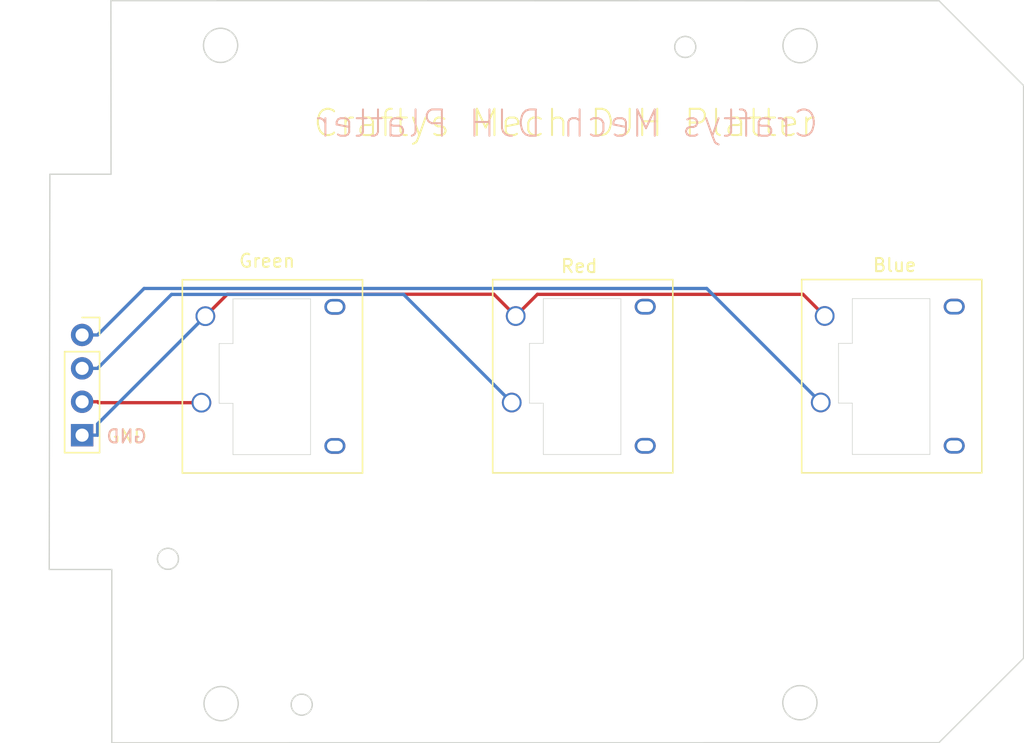
<source format=kicad_pcb>
(kicad_pcb (version 20221018) (generator pcbnew)
  (layers (0 "F.Cu" signal) (31 "B.Cu" signal) (34 "B.Paste" user) (35 "F.Paste" user) (36 "B.SilkS" user "B.Silkscreen") (37 "F.SilkS" user "F.Silkscreen") (38 "B.Mask" user) (39 "F.Mask" user) (44 "Edge.Cuts" user))
  (net 0 "")
  (net 1 "Net-(J1-Pin_3)")
  (net 2 "Net-(J1-Pin_4)")
  (net 3 "Net-(J1-Pin_2)")
  (net 4 "Net-(J1-Pin_1)")
  (footprint "PCM_Switch_Keyboard_Kailh:SW_Kailh_Choc_Mini" (layer "F.Cu") (at 80.775 54.76 -90)
    (fp_text reference "CH3" hide)
    (fp_text value "choc_SW_solder")
    (fp_line (start -5.9 -2.9) (end -5.9 3) (stroke (width 0.05)) (layer "Edge.Cuts"))
    (fp_line (start -5.9 3) (end -2.5 3) (stroke (width 0.05)) (layer "Edge.Cuts"))
    (fp_line (start -2.5 3) (end -2.5 4.05) (stroke (width 0.05)) (layer "Edge.Cuts"))
    (fp_line (start -2.5 4.05) (end 2.05 4.05) (stroke (width 0.05)) (layer "Edge.Cuts"))
    (fp_line (start 2.05 3) (end 5.95 3) (stroke (width 0.05)) (layer "Edge.Cuts"))
    (fp_line (start 2.05 4.05) (end 2.05 3) (stroke (width 0.05)) (layer "Edge.Cuts"))
    (fp_line (start 5.95 -2.9) (end -5.9 -2.9) (stroke (width 0.05)) (layer "Edge.Cuts"))
    (fp_line (start 5.95 3) (end 5.95 -2.9) (stroke (width 0.05)) (layer "Edge.Cuts"))
  )
  (footprint "PCM_Switch_Keyboard_Kailh:SW_Kailh_Choc_Mini" (layer "F.Cu") (at 57.275 54.765 -90)
    (fp_text reference "CH2" hide)
    (fp_text value "choc_SW_solder")
    (fp_line (start -5.9 -2.9) (end -5.9 3) (stroke (width 0.05)) (layer "Edge.Cuts"))
    (fp_line (start -5.9 3) (end -2.5 3) (stroke (width 0.05)) (layer "Edge.Cuts"))
    (fp_line (start -2.5 3) (end -2.5 4.05) (stroke (width 0.05)) (layer "Edge.Cuts"))
    (fp_line (start -2.5 4.05) (end 2.05 4.05) (stroke (width 0.05)) (layer "Edge.Cuts"))
    (fp_line (start 2.05 3) (end 5.95 3) (stroke (width 0.05)) (layer "Edge.Cuts"))
    (fp_line (start 2.05 4.05) (end 2.05 3) (stroke (width 0.05)) (layer "Edge.Cuts"))
    (fp_line (start 5.95 -2.9) (end -5.9 -2.9) (stroke (width 0.05)) (layer "Edge.Cuts"))
    (fp_line (start 5.95 3) (end 5.95 -2.9) (stroke (width 0.05)) (layer "Edge.Cuts"))
  )
  (footprint "Connector_PinSocket_2.54mm:PinSocket_1x04_P2.54mm_Vertical" (layer "F.Cu") (at 19.2 51.625)
    (fp_text reference "J1" hide)
    (fp_text value "Conn_01x04_Pin")
  )
  (footprint "PCM_Switch_Keyboard_Kailh:SW_Kailh_Choc_Mini" (layer "F.Cu") (at 33.675 54.775 -90)
    (fp_text reference "CH1" hide)
    (fp_text value "choc_SW_solder")
    (fp_line (start -5.9 -2.9) (end -5.9 3) (stroke (width 0.05)) (layer "Edge.Cuts"))
    (fp_line (start -5.9 3) (end -2.5 3) (stroke (width 0.05)) (layer "Edge.Cuts"))
    (fp_line (start -2.5 3) (end -2.5 4.05) (stroke (width 0.05)) (layer "Edge.Cuts"))
    (fp_line (start -2.5 4.05) (end 2.05 4.05) (stroke (width 0.05)) (layer "Edge.Cuts"))
    (fp_line (start 2.05 3) (end 5.95 3) (stroke (width 0.05)) (layer "Edge.Cuts"))
    (fp_line (start 2.05 4.05) (end 2.05 3) (stroke (width 0.05)) (layer "Edge.Cuts"))
    (fp_line (start 5.95 -2.9) (end -5.9 -2.9) (stroke (width 0.05)) (layer "Edge.Cuts"))
    (fp_line (start 5.95 3) (end 5.95 -2.9) (stroke (width 0.05)) (layer "Edge.Cuts"))
  )
  (gr_line (start 35.981795 78.944131) (end 36.021832 78.949219) (stroke (width 0.1)) (layer "Edge.Cuts"))
  (gr_line (start 29.532024 28.31498) (end 29.597083 28.306713) (stroke (width 0.1)) (layer "Edge.Cuts"))
  (gr_line (start 36.021832 78.949219) (end 36.061228 78.956254) (stroke (width 0.1)) (layer "Edge.Cuts"))
  (gr_line (start 30.847982 80.386843) (end 30.811738 80.437812) (stroke (width 0.1)) (layer "Edge.Cuts"))
  (gr_line (start 30.156583 80.901556) (end 30.094893 80.919074) (stroke (width 0.1)) (layer "Edge.Cuts"))
  (gr_line (start 30.054892 30.859073) (end 29.991997 30.873589) (stroke (width 0.1)) (layer "Edge.Cuts"))
  (gr_line (start 31.04359 79.398006) (end 31.055022 79.462024) (stroke (width 0.1)) (layer "Edge.Cuts"))
  (gr_line (start 25.282712 67.986628) (end 25.31517 67.96582) (stroke (width 0.1)) (layer "Edge.Cuts"))
  (gr_line (start 36.637131 79.428605) (end 36.651455 79.464934) (stroke (width 0.1)) (layer "Edge.Cuts"))
  (gr_line (start 29.508005 80.93359) (end 29.44511 80.919074) (stroke (width 0.1)) (layer "Edge.Cuts"))
  (gr_line (start 35.109218 79.861833) (end 35.10413 79.821796) (stroke (width 0.1)) (layer "Edge.Cuts"))
  (gr_line (start 73.236397 30.791807) (end 73.180343 30.763098) (stroke (width 0.1)) (layer "Edge.Cuts"))
  (gr_line (start 30.176985 30.821117) (end 30.116582 30.841555) (stroke (width 0.1)) (layer "Edge.Cuts"))
  (gr_line (start 28.90308 28.596858) (end 28.95219 28.558265) (stroke (width 0.1)) (layer "Edge.Cuts"))
  (gr_line (start 28.488447 29.21342) (end 28.508885 29.153017) (stroke (width 0.1)) (layer "Edge.Cuts"))
  (gr_line (start 72.504978 79.392024) (end 72.516411 79.328006) (stroke (width 0.1)) (layer "Edge.Cuts"))
  (gr_line (start 64.622712 30.383373) (end 64.591347 30.361069) (stroke (width 0.1)) (layer "Edge.Cuts"))
  (gr_line (start 73.170343 78.446904) (end 73.226397 78.418195) (stroke (width 0.1)) (layer "Edge.Cuts"))
  (gr_line (start 35.236628 79.292713) (end 35.258932 79.261348) (stroke (width 0.1)) (layer "Edge.Cuts"))
  (gr_line (start 26.504814 68.849934) (end 26.494034 68.887897) (stroke (width 0.1)) (layer "Edge.Cuts"))
  (gr_line (start 25.088932 68.171348) (end 25.112682 68.141127) (stroke (width 0.1)) (layer "Edge.Cuts"))
  (gr_line (start 28.558196 29.036397) (end 28.586904 28.980343) (stroke (width 0.1)) (layer "Edge.Cuts"))
  (gr_line (start 28.431693 29.533103) (end 28.436714 29.467083) (stroke (width 0.1)) (layer "Edge.Cuts"))
  (gr_line (start 25.137826 69.187903) (end 25.112682 69.158875) (stroke (width 0.1)) (layer "Edge.Cuts"))
  (gr_line (start 65.191832 30.510782) (end 65.151795 30.515869) (stroke (width 0.1)) (layer "Edge.Cuts"))
  (gr_line (start 29.508005 78.386412) (end 29.572023 78.37498) (stroke (width 0.1)) (layer "Edge.Cuts"))
  (gr_line (start 29.110343 28.456904) (end 29.166397 28.428195) (stroke (width 0.1)) (layer "Edge.Cuts"))
  (gr_line (start 73.40342 78.348446) (end 73.46511 78.330928) (stroke (width 0.1)) (layer "Edge.Cuts"))
  (gr_line (start 74.961806 80.153605) (end 74.933097 80.209658) (stroke (width 0.1)) (layer "Edge.Cuts"))
  (gr_line (start 35.236628 80.187289) (end 35.215819 80.15483) (stroke (width 0.1)) (layer "Edge.Cuts"))
  (gr_line (start 36.246833 80.461112) (end 36.211396 80.477133) (stroke (width 0.1)) (layer "Edge.Cuts"))
  (gr_line (start 75.021116 30.066985) (end 74.99784 30.126021) (stroke (width 0.1)) (layer "Edge.Cuts"))
  (gr_line (start 75.011116 80.036985) (end 74.987839 80.09602) (stroke (width 0.1)) (layer "Edge.Cuts"))
  (gr_line (start 35.196556 79.358674) (end 35.215819 79.325172) (stroke (width 0.1)) (layer "Edge.Cuts"))
  (gr_line (start 36.492174 80.277903) (end 36.465685 80.305686) (stroke (width 0.1)) (layer "Edge.Cuts"))
  (gr_line (start 65.754182 29.305173) (end 65.773445 29.338674) (stroke (width 0.1)) (layer "Edge.Cuts"))
  (gr_line (start 26.238875 68.032682) (end 26.267903 68.057826) (stroke (width 0.1)) (layer "Edge.Cuts"))
  (gr_line (start 74.526843 28.542021) (end 74.577811 28.578265) (stroke (width 0.1)) (layer "Edge.Cuts"))
  (gr_line (start 74.114891 80.849074) (end 74.051996 80.86359) (stroke (width 0.1)) (layer "Edge.Cuts"))
  (gr_line (start 73.856898 78.291692) (end 73.922918 78.296713) (stroke (width 0.1)) (layer "Edge.Cuts"))
  (gr_line (start 31.029074 79.984891) (end 31.011556 80.046581) (stroke (width 0.1)) (layer "Edge.Cuts"))
  (gr_line (start 35.941167 78.941042) (end 35.981795 78.944131) (stroke (width 0.1)) (layer "Edge.Cuts"))
  (gr_line (start 24.93922 68.771833) (end 24.934132 68.731796) (stroke (width 0.1)) (layer "Edge.Cuts"))
  (gr_line (start 29.323016 78.438885) (end 29.383419 78.418446) (stroke (width 0.1)) (layer "Edge.Cuts"))
  (gr_line (start 25.251347 68.008933) (end 25.282712 67.986628) (stroke (width 0.1)) (layer "Edge.Cuts"))
  (gr_line (start 29.597083 28.306713) (end 29.663103 28.301693) (stroke (width 0.1)) (layer "Edge.Cuts"))
  (gr_line (start 64.271041 29.678833) (end 64.27413 29.638206) (stroke (width 0.1)) (layer "Edge.Cuts"))
  (gr_line (start 74.616921 80.593144) (end 74.567811 80.631737) (stroke (width 0.1)) (layer "Edge.Cuts"))
  (gr_line (start 64.591347 29.078933) (end 64.622712 29.056629) (stroke (width 0.1)) (layer "Edge.Cuts"))
  (gr_line (start 30.094893 80.919074) (end 30.031998 80.93359) (stroke (width 0.1)) (layer "Edge.Cuts"))
  (gr_line (start 64.948167 30.510782) (end 64.908771 30.503747) (stroke (width 0.1)) (layer "Edge.Cuts"))
  (gr_line (start 29.703104 80.958309) (end 29.637084 80.953289) (stroke (width 0.1)) (layer "Edge.Cuts"))
  (gr_line (start 35.178889 79.393168) (end 35.196556 79.358674) (stroke (width 0.1)) (layer "Edge.Cuts"))
  (gr_line (start 74.901795 78.915904) (end 74.933097 78.970344) (stroke (width 0.1)) (layer "Edge.Cuts"))
  (gr_line (start 65.662175 30.257903) (end 65.635686 30.285686) (stroke (width 0.1)) (layer "Edge.Cuts"))
  (gr_line (start 24.93922 68.528169) (end 24.946255 68.488773) (stroke (width 0.1)) (layer "Edge.Cuts"))
  (gr_line (start 65.607903 30.312175) (end 65.578875 30.33732) (stroke (width 0.1)) (layer "Edge.Cuts"))
  (gr_line (start 30.216986 78.438885) (end 30.276021 78.462161) (stroke (width 0.1)) (layer "Edge.Cuts"))
  (gr_line (start 28.470929 29.27511) (end 28.488447 29.21342) (stroke (width 0.1)) (layer "Edge.Cuts"))
  (gr_line (start 75.083288 79.722919) (end 75.075021 79.787978) (stroke (width 0.1)) (layer "Edge.Cuts"))
  (gr_line (start 74.987839 80.09602) (end 74.961806 80.153605) (stroke (width 0.1)) (layer "Edge.Cuts"))
  (gr_line (start 30.4441 78.548206) (end 30.496845 78.582021) (stroke (width 0.1)) (layer "Edge.Cuts"))
  (gr_line (start 28.456413 29.861997) (end 28.444981 29.797978) (stroke (width 0.1)) (layer "Edge.Cuts"))
  (gr_line (start 73.170343 80.733098) (end 73.115903 80.701796) (stroke (width 0.1)) (layer "Edge.Cuts"))
  (gr_line (start 31.06831 79.726899) (end 31.063289 79.792918) (stroke (width 0.1)) (layer "Edge.Cuts"))
  (gr_line (start 28.456413 29.338005) (end 28.470929 29.27511) (stroke (width 0.1)) (layer "Edge.Cuts"))
  (gr_line (start 65.807133 30.031397) (end 65.791112 30.066834) (stroke (width 0.1)) (layer "Edge.Cuts"))
  (gr_line (start 64.348889 29.373168) (end 64.366556 29.338674) (stroke (width 0.1)) (layer "Edge.Cuts"))
  (gr_line (start 36.061228 80.523748) (end 36.021832 80.530783) (stroke (width 0.1)) (layer "Edge.Cuts"))
  (gr_line (start 31.003589 29.338005) (end 31.015021 29.402023) (stroke (width 0.1)) (layer "Edge.Cuts"))
  (gr_line (start 65.517288 29.056629) (end 65.548653 29.078933) (stroke (width 0.1)) (layer "Edge.Cuts"))
  (gr_line (start 35.10413 79.658206) (end 35.109218 79.618169) (stroke (width 0.1)) (layer "Edge.Cuts"))
  (gr_line (start 72.5 29.620001) (end 72.501691 29.553103) (stroke (width 0.1)) (layer "Edge.Cuts"))
  (gr_line (start 72.688205 30.294099) (end 72.656903 30.239659) (stroke (width 0.1)) (layer "Edge.Cuts"))
  (gr_line (start 31.003589 29.861997) (end 30.989073 29.924892) (stroke (width 0.1)) (layer "Edge.Cuts"))
  (gr_line (start 35.334315 80.305686) (end 35.307826 80.277903) (stroke (width 0.1)) (layer "Edge.Cuts"))
  (gr_line (start 64.723166 30.441112) (end 64.688672 30.423445) (stroke (width 0.1)) (layer "Edge.Cuts"))
  (gr_line (start 28.95219 30.641737) (end 28.90308 30.603144) (stroke (width 0.1)) (layer "Edge.Cuts"))
  (gr_line (start 35.485171 80.424182) (end 35.452713 80.403374) (stroke (width 0.1)) (layer "Edge.Cuts"))
  (gr_line (start 30.989073 29.27511) (end 31.003589 29.338005) (stroke (width 0.1)) (layer "Edge.Cuts"))
  (gr_line (start 73.180343 28.476905) (end 73.236397 28.448196) (stroke (width 0.1)) (layer "Edge.Cuts"))
  (gr_line (start 29.96798 78.37498) (end 30.031998 78.386412) (stroke (width 0.1)) (layer "Edge.Cuts"))
  (gr_line (start 36.683745 79.578773) (end 36.690781 79.618169) (stroke (width 0.1)) (layer "Edge.Cuts"))
  (gr_line (start 28.49641 79.398006) (end 28.510926 79.335111) (stroke (width 0.1)) (layer "Edge.Cuts"))
  (gr_line (start 75.041555 30.006582) (end 75.021116 30.066985) (stroke (width 0.1)) (layer "Edge.Cuts"))
  (gr_line (start 74.841736 30.397812) (end 74.803143 30.446922) (stroke (width 0.1)) (layer "Edge.Cuts"))
  (gr_line (start 72.963079 78.586858) (end 73.01219 78.548265) (stroke (width 0.1)) (layer "Edge.Cuts"))
  (gr_line (start 73.932918 30.913289) (end 73.866899 30.918309) (stroke (width 0.1)) (layer "Edge.Cuts"))
  (gr_line (start 72.688205 28.945904) (end 72.72202 28.893158) (stroke (width 0.1)) (layer "Edge.Cuts"))
  (gr_line (start 25.04582 68.235172) (end 25.066628 68.202713) (stroke (width 0.1)) (layer "Edge.Cuts"))
  (gr_line (start 28.508885 30.046985) (end 28.488447 29.986582) (stroke (width 0.1)) (layer "Edge.Cuts"))
  (gr_line (start 35.738772 78.956254) (end 35.778168 78.949219) (stroke (width 0.1)) (layer "Edge.Cuts"))
  (gr_line (start 29.095901 78.548206) (end 29.150342 78.516904) (stroke (width 0.1)) (layer "Edge.Cuts"))
  (gr_line (start 65.662175 29.1821) (end 65.687319 29.211127) (stroke (width 0.1)) (layer "Edge.Cuts"))
  (gr_line (start 35.700067 78.965187) (end 35.738772 78.956254) (stroke (width 0.1)) (layer "Edge.Cuts"))
  (gr_line (start 74.99784 30.126021) (end 74.971806 30.183606) (stroke (width 0.1)) (layer "Edge.Cuts"))
  (gr_line (start 35.258932 79.261348) (end 35.282681 79.231127) (stroke (width 0.1)) (layer "Edge.Cuts"))
  (gr_line (start 74.306019 30.81784) (end 74.246984 30.841117) (stroke (width 0.1)) (layer "Edge.Cuts"))
  (gr_line (start 74.626921 30.623145) (end 74.577811 30.661737) (stroke (width 0.1)) (layer "Edge.Cuts"))
  (gr_line (start 65.381396 30.457132) (end 65.345067 30.471456) (stroke (width 0.1)) (layer "Edge.Cuts"))
  (gr_line (start 64.286253 29.558773) (end 64.295186 29.520069) (stroke (width 0.1)) (layer "Edge.Cuts"))
  (gr_line (start 30.901807 29.036397) (end 30.92784 29.093982) (stroke (width 0.1)) (layer "Edge.Cuts"))
  (gr_line (start 35.662104 80.504035) (end 35.624933 80.491457) (stroke (width 0.1)) (layer "Edge.Cuts"))
  (gr_line (start 28.436714 29.732919) (end 28.431693 29.666899) (stroke (width 0.1)) (layer "Edge.Cuts"))
  (gr_line (start 25.851831 69.440783) (end 25.811794 69.445871) (stroke (width 0.1)) (layer "Edge.Cuts"))
  (gr_line (start 35.10413 79.821796) (end 35.101041 79.781169) (stroke (width 0.1)) (layer "Edge.Cuts"))
  (gr_line (start 64.794933 30.471456) (end 64.758603 30.457132) (stroke (width 0.1)) (layer "Edge.Cuts"))
  (gr_line (start 74.971806 30.183606) (end 74.943097 30.239659) (stroke (width 0.1)) (layer "Edge.Cuts"))
  (gr_line (start 65.269932 28.945187) (end 65.307896 28.955968) (stroke (width 0.1)) (layer "Edge.Cuts"))
  (gr_line (start 73.922918 80.883289) (end 73.856898 80.888309) (stroke (width 0.1)) (layer "Edge.Cuts"))
  (gr_line (start 35.282681 80.248875) (end 35.258932 80.218654) (stroke (width 0.1)) (layer "Edge.Cuts"))
  (gr_line (start 73.063158 80.667981) (end 73.01219 80.631737) (stroke (width 0.1)) (layer "Edge.Cuts"))
  (gr_line (start 73.226397 80.761807) (end 73.170343 80.733098) (stroke (width 0.1)) (layer "Edge.Cuts"))
  (gr_line (start 25.492103 69.414035) (end 25.454932 69.401457) (stroke (width 0.1)) (layer "Edge.Cuts"))
  (gr_line (start 72.646903 80.209658) (end 72.618194 80.153605) (stroke (width 0.1)) (layer "Edge.Cuts"))
  (gr_line (start 25.530066 69.424815) (end 25.492103 69.414035) (stroke (width 0.1)) (layer "Edge.Cuts"))
  (gr_line (start 73.475111 28.360929) (end 73.538005 28.346413) (stroke (width 0.1)) (layer "Edge.Cuts"))
  (gr_line (start 30.971555 29.21342) (end 30.989073 29.27511) (stroke (width 0.1)) (layer "Edge.Cuts"))
  (gr_line (start 72.540927 29.295111) (end 72.558445 29.233421) (stroke (width 0.1)) (layer "Edge.Cuts"))
  (gr_line (start 30.771737 30.377812) (end 30.733144 30.426922) (stroke (width 0.1)) (layer "Edge.Cuts"))
  (gr_line (start 75.021116 29.173017) (end 75.041555 29.233421) (stroke (width 0.1)) (layer "Edge.Cuts"))
  (gr_line (start 74.419658 30.763098) (end 74.363604 30.791807) (stroke (width 0.1)) (layer "Edge.Cuts"))
  (gr_line (start 29.043156 78.582021) (end 29.095901 78.548206) (stroke (width 0.1)) (layer "Edge.Cuts"))
  (gr_line (start 26.322175 69.187903) (end 26.295686 69.215687) (stroke (width 0.1)) (layer "Edge.Cuts"))
  (gr_line (start 29.383419 80.901556) (end 29.323016 80.881117) (stroke (width 0.1)) (layer "Edge.Cuts"))
  (gr_line (start 25.192098 69.242176) (end 25.164315 69.215687) (stroke (width 0.1)) (layer "Edge.Cuts"))
  (gr_line (start 26.295686 68.084316) (end 26.322175 68.112099) (stroke (width 0.1)) (layer "Edge.Cuts"))
  (gr_line (start 25.729997 69.450001) (end 25.68883 69.44896) (stroke (width 0.1)) (layer "Edge.Cuts"))
  (gr_line (start 28.95219 28.558265) (end 29.003158 28.522021) (stroke (width 0.1)) (layer "Edge.Cuts"))
  (gr_line (start 36.664032 79.977897) (end 36.651455 80.015068) (stroke (width 0.1)) (layer "Edge.Cuts"))
  (gr_line (start 72.712019 80.316843) (end 72.678205 80.264098) (stroke (width 0.1)) (layer "Edge.Cuts"))
  (gr_line (start 75.093288 29.487084) (end 75.098308 29.553103) (stroke (width 0.1)) (layer "Edge.Cuts"))
  (gr_line (start 25.026557 68.268674) (end 25.04582 68.235172) (stroke (width 0.1)) (layer "Edge.Cuts"))
  (gr_line (start 73.01219 80.631737) (end 72.963079 80.593144) (stroke (width 0.1)) (layer "Edge.Cuts"))
  (gr_line (start 28.532162 30.10602) (end 28.508885 30.046985) (stroke (width 0.1)) (layer "Edge.Cuts"))
  (gr_line (start 30.881796 78.985904) (end 30.913099 79.040344) (stroke (width 0.1)) (layer "Edge.Cuts"))
  (gr_line (start 72.678205 78.915904) (end 72.712019 78.863159) (stroke (width 0.1)) (layer "Edge.Cuts"))
  (gr_line (start 36.437902 80.332175) (end 36.408874 80.35732) (stroke (width 0.1)) (layer "Edge.Cuts"))
  (gr_line (start 30.841796 28.925903) (end 30.873098 28.980343) (stroke (width 0.1)) (layer "Edge.Cuts"))
  (gr_line (start 64.870067 30.494814) (end 64.832104 30.484034) (stroke (width 0.1)) (layer "Edge.Cuts"))
  (gr_line (start 31.055022 79.857978) (end 31.04359 79.921996) (stroke (width 0.1)) (layer "Edge.Cuts"))
  (gr_line (start 73.02219 28.578265) (end 73.073158 28.542021) (stroke (width 0.1)) (layer "Edge.Cuts"))
  (gr_line (start 35.662104 78.975967) (end 35.700067 78.965187) (stroke (width 0.1)) (layer "Edge.Cuts"))
  (gr_line (start 74.296019 80.787841) (end 74.236984 80.811117) (stroke (width 0.1)) (layer "Edge.Cuts"))
  (gr_line (start 74.831736 80.367812) (end 74.793143 80.416922) (stroke (width 0.1)) (layer "Edge.Cuts"))
  (gr_line (start 64.406627 30.167289) (end 64.385819 30.13483) (stroke (width 0.1)) (layer "Edge.Cuts"))
  (gr_line (start 74.124891 30.879073) (end 74.061996 30.893589) (stroke (width 0.1)) (layer "Edge.Cuts"))
  (gr_line (start 73.657083 80.883289) (end 73.592023 80.875022) (stroke (width 0.1)) (layer "Edge.Cuts"))
  (gr_line (start 29.223982 30.79784) (end 29.166397 30.771806) (stroke (width 0.1)) (layer "Edge.Cuts"))
  (gr_line (start 73.667083 28.326714) (end 73.733103 28.321694) (stroke (width 0.1)) (layer "Edge.Cuts"))
  (gr_line (start 65.807133 29.408605) (end 65.821457 29.444935) (stroke (width 0.1)) (layer "Edge.Cuts"))
  (gr_line (start 35.778168 78.949219) (end 35.818204 78.944131) (stroke (width 0.1)) (layer "Edge.Cuts"))
  (gr_line (start 75.075021 79.392024) (end 75.083288 79.457084) (stroke (width 0.1)) (layer "Edge.Cuts"))
  (gr_line (start 24.934132 68.568206) (end 24.93922 68.528169) (stroke (width 0.1)) (layer "Edge.Cuts"))
  (gr_line (start 64.385819 30.13483) (end 64.366556 30.101329) (stroke (width 0.1)) (layer "Edge.Cuts"))
  (gr_line (start 16.750002 39.4) (end 21.400003 39.4) (stroke (width 0.1)) (layer "Edge.Cuts"))
  (gr_line (start 25.530066 67.875187) (end 25.56877 67.866254) (stroke (width 0.1)) (layer "Edge.Cuts"))
  (gr_line (start 35.452713 79.076628) (end 35.485171 79.05582) (stroke (width 0.1)) (layer "Edge.Cuts"))
  (gr_line (start 25.31517 67.96582) (end 25.348672 67.946557) (stroke (width 0.1)) (layer "Edge.Cuts"))
  (gr_line (start 28.476711 79.527084) (end 28.484978 79.462024) (stroke (width 0.1)) (layer "Edge.Cuts"))
  (gr_line (start 64.688672 29.016557) (end 64.723166 28.99889) (stroke (width 0.1)) (layer "Edge.Cuts"))
  (gr_line (start 28.528444 80.046581) (end 28.510926 79.984891) (stroke (width 0.1)) (layer "Edge.Cuts"))
  (gr_line (start 30.841796 30.274099) (end 30.807981 30.326844) (stroke (width 0.1)) (layer "Edge.Cuts"))
  (gr_line (start 65.48483 30.404182) (end 65.451328 30.423445) (stroke (width 0.1)) (layer "Edge.Cuts"))
  (gr_line (start 30.689241 78.740762) (end 30.732286 78.78591) (stroke (width 0.1)) (layer "Edge.Cuts"))
  (gr_line (start 26.267903 69.242176) (end 26.238875 69.26732) (stroke (width 0.1)) (layer "Edge.Cuts"))
  (gr_line (start 30.496845 80.737981) (end 30.4441 80.771796) (stroke (width 0.1)) (layer "Edge.Cuts"))
  (gr_line (start 73.343017 78.368885) (end 73.40342 78.348446) (stroke (width 0.1)) (layer "Edge.Cuts"))
  (gr_line (start 73.02219 30.661737) (end 72.97308 30.623145) (stroke (width 0.1)) (layer "Edge.Cuts"))
  (gr_line (start 35.162868 80.051397) (end 35.148544 80.015068) (stroke (width 0.1)) (layer "Edge.Cuts"))
  (gr_line (start 75.073589 29.881997) (end 75.059073 29.944892) (stroke (width 0.1)) (layer "Edge.Cuts"))
  (gr_line (start 73.413421 30.861555) (end 73.353017 30.841117) (stroke (width 0.1)) (layer "Edge.Cuts"))
  (gr_line (start 72.558445 29.233421) (end 72.578883 29.173017) (stroke (width 0.1)) (layer "Edge.Cuts"))
  (gr_line (start 72.97308 30.623145) (end 72.92591 30.582285) (stroke (width 0.1)) (layer "Edge.Cuts"))
  (gr_line (start 28.85591 28.637717) (end 28.90308 28.596858) (stroke (width 0.1)) (layer "Edge.Cuts"))
  (gr_line (start 25.31517 69.334182) (end 25.282712 69.313374) (stroke (width 0.1)) (layer "Edge.Cuts"))
  (gr_line (start 25.383166 69.371113) (end 25.348672 69.353445) (stroke (width 0.1)) (layer "Edge.Cuts"))
  (gr_line (start 26.393373 68.202713) (end 26.414182 68.235172) (stroke (width 0.1)) (layer "Edge.Cuts"))
  (gr_line (start 35.101041 79.781169) (end 35.1 79.740001) (stroke (width 0.1)) (layer "Edge.Cuts"))
  (gr_line (start 73.723103 78.291692) (end 73.790001 78.290001) (stroke (width 0.1)) (layer "Edge.Cuts"))
  (gr_line (start 26.005067 69.401457) (end 25.967895 69.414035) (stroke (width 0.1)) (layer "Edge.Cuts"))
  (gr_line (start 25.771166 67.851042) (end 25.811794 67.854131) (stroke (width 0.1)) (layer "Edge.Cuts"))
  (gr_line (start 74.353604 80.761807) (end 74.296019 80.787841) (stroke (width 0.1)) (layer "Edge.Cuts"))
  (gr_line (start 36.408874 79.122682) (end 36.437902 79.147827) (stroke (width 0.1)) (layer "Edge.Cuts"))
  (gr_line (start 28.688265 28.82219) (end 28.726858 28.77308) (stroke (width 0.1)) (layer "Edge.Cuts"))
  (gr_line (start 29.40511 30.859073) (end 29.34342 30.841555) (stroke (width 0.1)) (layer "Edge.Cuts"))
  (gr_line (start 26.53 68.650001) (end 26.528959 68.691169) (stroke (width 0.1)) (layer "Edge.Cuts"))
  (gr_line (start 36.58418 80.15483) (end 36.563372 80.187289) (stroke (width 0.1)) (layer "Edge.Cuts"))
  (gr_line (start 28.476711 79.792918) (end 28.47169 79.726899) (stroke (width 0.1)) (layer "Edge.Cuts"))
  (gr_line (start 72.870761 80.50924) (end 72.827716 80.464092) (stroke (width 0.1)) (layer "Edge.Cuts"))
  (gr_line (start 65.635686 30.285686) (end 65.607903 30.312175) (stroke (width 0.1)) (layer "Edge.Cuts"))
  (gr_line (start 74.99784 29.113982) (end 75.021116 29.173017) (stroke (width 0.1)) (layer "Edge.Cuts"))
  (gr_line (start 28.943078 78.656858) (end 28.992188 78.618265) (stroke (width 0.1)) (layer "Edge.Cuts"))
  (gr_line (start 72.568883 79.143017) (end 72.59216 79.083982) (stroke (width 0.1)) (layer "Edge.Cuts"))
  (gr_line (start 30.116582 28.358447) (end 30.176985 28.378885) (stroke (width 0.1)) (layer "Edge.Cuts"))
  (gr_line (start 35.148544 80.015068) (end 35.135967 79.977897) (stroke (width 0.1)) (layer "Edge.Cuts"))
  (gr_line (start 26.322175 68.112099) (end 26.34732 68.141127) (stroke (width 0.1)) (layer "Edge.Cuts"))
  (gr_line (start 30.333606 78.488195) (end 30.38966 78.516904) (stroke (width 0.1)) (layer "Edge.Cuts"))
  (gr_line (start 73.125903 30.731796) (end 73.073158 30.697982) (stroke (width 0.1)) (layer "Edge.Cuts"))
  (gr_line (start 72.758264 28.84219) (end 72.796857 28.79308) (stroke (width 0.1)) (layer "Edge.Cuts"))
  (gr_line (start 30.733144 30.426922) (end 30.692285 30.474092) (stroke (width 0.1)) (layer "Edge.Cuts"))
  (gr_line (start 74.626921 28.616858) (end 74.674091 28.657718) (stroke (width 0.1)) (layer "Edge.Cuts"))
  (gr_line (start 28.548882 79.213017) (end 28.572159 79.153982) (stroke (width 0.1)) (layer "Edge.Cuts"))
  (gr_line (start 73.997978 30.905022) (end 73.932918 30.913289) (stroke (width 0.1)) (layer "Edge.Cuts"))
  (gr_line (start 74.186581 28.378447) (end 74.246984 28.398885) (stroke (width 0.1)) (layer "Edge.Cuts"))
  (gr_line (start 30.901807 30.163605) (end 30.873098 30.219659) (stroke (width 0.1)) (layer "Edge.Cuts"))
  (gr_line (start 26.520783 68.771833) (end 26.513747 68.811229) (stroke (width 0.1)) (layer "Edge.Cuts"))
  (gr_line (start 64.452681 29.211127) (end 64.477825 29.1821) (stroke (width 0.1)) (layer "Edge.Cuts"))
  (gr_line (start 29.283017 28.378885) (end 29.34342 28.358447) (stroke (width 0.1)) (layer "Edge.Cuts"))
  (gr_line (start 36.314829 79.05582) (end 36.347287 79.076628) (stroke (width 0.1)) (layer "Edge.Cuts"))
  (gr_line (start 64.318544 29.995068) (end 64.305966 29.957897) (stroke (width 0.1)) (layer "Edge.Cuts"))
  (gr_line (start 74.719239 30.53924) (end 74.674091 30.582285) (stroke (width 0.1)) (layer "Edge.Cuts"))
  (gr_line (start 73.073158 30.697982) (end 73.02219 30.661737) (stroke (width 0.1)) (layer "Edge.Cuts"))
  (gr_line (start 64.591347 30.361069) (end 64.561125 30.33732) (stroke (width 0.1)) (layer "Edge.Cuts"))
  (gr_line (start 30.094893 78.400929) (end 30.156583 78.418446) (stroke (width 0.1)) (layer "Edge.Cuts"))
  (gr_line (start 73.46511 78.330928) (end 73.528005 78.316412) (stroke (width 0.1)) (layer "Edge.Cuts"))
  (gr_line (start 25.68883 67.851042) (end 25.729997 67.850001) (stroke (width 0.1)) (layer "Edge.Cuts"))
  (gr_line (start 65.860783 29.841833) (end 65.853747 29.881229) (stroke (width 0.1)) (layer "Edge.Cuts"))
  (gr_line (start 74.236984 78.368885) (end 74.296019 78.392161) (stroke (width 0.1)) (layer "Edge.Cuts"))
  (gr_line (start 25.066628 69.097289) (end 25.04582 69.06483) (stroke (width 0.1)) (layer "Edge.Cuts"))
  (gr_line (start 36.695868 79.821796) (end 36.690781 79.861833) (stroke (width 0.1)) (layer "Edge.Cuts"))
  (gr_line (start 28.47169 79.593103) (end 28.476711 79.527084) (stroke (width 0.1)) (layer "Edge.Cuts"))
  (gr_line (start 65.307896 28.955968) (end 65.345067 28.968545) (stroke (width 0.1)) (layer "Edge.Cuts"))
  (gr_line (start 36.698958 79.698833) (end 36.699998 79.740001) (stroke (width 0.1)) (layer "Edge.Cuts"))
  (gr_line (start 25.137826 68.112099) (end 25.164315 68.084316) (stroke (width 0.1)) (layer "Edge.Cuts"))
  (gr_line (start 73.997978 28.334981) (end 74.061996 28.346413) (stroke (width 0.1)) (layer "Edge.Cuts"))
  (gr_line (start 73.01219 78.548265) (end 73.063158 78.51202) (stroke (width 0.1)) (layer "Edge.Cuts"))
  (gr_line (start 28.810762 30.51924) (end 28.767717 30.474092) (stroke (width 0.1)) (layer "Edge.Cuts"))
  (gr_line (start 73.856898 80.888309) (end 73.790001 80.890001) (stroke (width 0.1)) (layer "Edge.Cuts"))
  (gr_line (start 65.381396 28.982869) (end 65.416833 28.99889) (stroke (width 0.1)) (layer "Edge.Cuts"))
  (gr_line (start 72.496711 79.457084) (end 72.504978 79.392024) (stroke (width 0.1)) (layer "Edge.Cuts"))
  (gr_line (start 72.530927 79.914891) (end 72.516411 79.851996) (stroke (width 0.1)) (layer "Edge.Cuts"))
  (gr_line (start 73.790001 80.890001) (end 73.723103 80.888309) (stroke (width 0.1)) (layer "Edge.Cuts"))
  (gr_line (start 35.553167 79.01889) (end 35.588604 79.002869) (stroke (width 0.1)) (layer "Edge.Cuts"))
  (gr_line (start 30.941808 79.096397) (end 30.967841 79.153982) (stroke (width 0.1)) (layer "Edge.Cuts"))
  (gr_line (start 25.026557 69.031329) (end 25.00889 68.996834) (stroke (width 0.1)) (layer "Edge.Cuts"))
  (gr_line (start 73.790001 78.290001) (end 73.856898 78.291692) (stroke (width 0.1)) (layer "Edge.Cuts"))
  (gr_line (start 72.578883 29.173017) (end 72.60216 29.113982) (stroke (width 0.1)) (layer "Edge.Cuts"))
  (gr_line (start 28.652021 30.326844) (end 28.618207 30.274099) (stroke (width 0.1)) (layer "Edge.Cuts"))
  (gr_line (start 26.14483 69.334182) (end 26.111328 69.353445) (stroke (width 0.1)) (layer "Edge.Cuts"))
  (gr_line (start 29.263981 80.857841) (end 29.206395 80.831807) (stroke (width 0.1)) (layer "Edge.Cuts"))
  (gr_line (start 26.208654 68.008933) (end 26.238875 68.032682) (stroke (width 0.1)) (layer "Edge.Cuts"))
  (gr_line (start 65.834034 29.957897) (end 65.821457 29.995068) (stroke (width 0.1)) (layer "Edge.Cuts"))
  (gr_line (start 25.891227 67.866254) (end 25.929932 67.875187) (stroke (width 0.1)) (layer "Edge.Cuts"))
  (gr_line (start 28.726858 28.77308) (end 28.767717 28.72591) (stroke (width 0.1)) (layer "Edge.Cuts"))
  (gr_line (start 28.895908 80.622285) (end 28.85076 80.57924) (stroke (width 0.1)) (layer "Edge.Cuts"))
  (gr_line (start 28.508885 29.153017) (end 28.532162 29.093982) (stroke (width 0.1)) (layer "Edge.Cuts"))
  (gr_line (start 28.598193 80.223605) (end 28.572159 80.16602) (stroke (width 0.1)) (layer "Edge.Cuts"))
  (gr_line (start 30.556922 28.596858) (end 30.604092 28.637717) (stroke (width 0.1)) (layer "Edge.Cuts"))
  (gr_line (start 74.961806 79.026397) (end 74.987839 79.083982) (stroke (width 0.1)) (layer "Edge.Cuts"))
  (gr_line (start 74.943097 29.000344) (end 74.971806 29.056397) (stroke (width 0.1)) (layer "Edge.Cuts"))
  (gr_line (start 29.283017 30.821117) (end 29.223982 30.79784) (stroke (width 0.1)) (layer "Edge.Cuts"))
  (gr_line (start 26.451112 68.996834) (end 26.433445 69.031329) (stroke (width 0.1)) (layer "Edge.Cuts"))
  (gr_line (start 36.281327 79.036557) (end 36.314829 79.05582) (stroke (width 0.1)) (layer "Edge.Cuts"))
  (gr_line (start 31.029074 79.335111) (end 31.04359 79.398006) (stroke (width 0.1)) (layer "Edge.Cuts"))
  (gr_line (start 36.281327 80.443445) (end 36.246833 80.461112) (stroke (width 0.1)) (layer "Edge.Cuts"))
  (gr_line (start 35.858832 78.941042) (end 35.899999 78.940001) (stroke (width 0.1)) (layer "Edge.Cuts"))
  (gr_line (start 36.674813 79.939933) (end 36.664032 79.977897) (stroke (width 0.1)) (layer "Edge.Cuts"))
  (gr_line (start 72.501691 29.553103) (end 72.506711 29.487084) (stroke (width 0.1)) (layer "Edge.Cuts"))
  (gr_line (start 65.345067 28.968545) (end 65.381396 28.982869) (stroke (width 0.1)) (layer "Edge.Cuts"))
  (gr_line (start 73.987978 78.30498) (end 74.051996 78.316412) (stroke (width 0.1)) (layer "Edge.Cuts"))
  (gr_line (start 72.748264 80.367812) (end 72.712019 80.316843) (stroke (width 0.1)) (layer "Edge.Cuts"))
  (gr_line (start 25.418603 69.387133) (end 25.383166 69.371113) (stroke (width 0.1)) (layer "Edge.Cuts"))
  (gr_line (start 74.762284 28.74591) (end 74.803143 28.79308) (stroke (width 0.1)) (layer "Edge.Cuts"))
  (gr_line (start 28.992188 80.701737) (end 28.943078 80.663144) (stroke (width 0.1)) (layer "Edge.Cuts"))
  (gr_line (start 73.180343 30.763098) (end 73.125903 30.731796) (stroke (width 0.1)) (layer "Edge.Cuts"))
  (gr_line (start 26.111328 69.353445) (end 26.076833 69.371113) (stroke (width 0.1)) (layer "Edge.Cuts"))
  (gr_line (start 25.251347 69.291069) (end 25.221126 69.26732) (stroke (width 0.1)) (layer "Edge.Cuts"))
  (gr_line (start 36.465685 80.305686) (end 36.437902 80.332175) (stroke (width 0.1)) (layer "Edge.Cuts"))
  (gr_line (start 64.318544 29.444935) (end 64.332868 29.408605) (stroke (width 0.1)) (layer "Edge.Cuts"))
  (gr_line (start 74.516843 78.51202) (end 74.567811 78.548265) (stroke (width 0.1)) (layer "Edge.Cuts"))
  (gr_line (start 25.608166 69.440783) (end 25.56877 69.433748) (stroke (width 0.1)) (layer "Edge.Cuts"))
  (gr_line (start 29.703104 78.361693) (end 29.770002 78.360001) (stroke (width 0.1)) (layer "Edge.Cuts"))
  (gr_line (start 65.151795 30.515869) (end 65.111167 30.518959) (stroke (width 0.1)) (layer "Edge.Cuts"))
  (gr_line (start 30.547813 80.701737) (end 30.496845 80.737981) (stroke (width 0.1)) (layer "Edge.Cuts"))
  (gr_line (start 30.031998 78.386412) (end 30.094893 78.400929) (stroke (width 0.1)) (layer "Edge.Cuts"))
  (gr_line (start 64.532098 29.127827) (end 64.561125 29.102683) (stroke (width 0.1)) (layer "Edge.Cuts"))
  (gr_line (start 73.46511 80.849074) (end 73.40342 80.831556) (stroke (width 0.1)) (layer "Edge.Cuts"))
  (gr_line (start 65.231228 28.936255) (end 65.269932 28.945187) (stroke (width 0.1)) (layer "Edge.Cuts"))
  (gr_line (start 36.465685 79.174316) (end 36.492174 79.202099) (stroke (width 0.1)) (layer "Edge.Cuts"))
  (gr_line (start 72.656903 29.000344) (end 72.688205 28.945904) (stroke (width 0.1)) (layer "Edge.Cuts"))
  (gr_line (start 73.866899 28.321694) (end 73.932918 28.326714) (stroke (width 0.1)) (layer "Edge.Cuts"))
  (gr_line (start 36.137895 78.975967) (end 36.175067 78.988545) (stroke (width 0.1)) (layer "Edge.Cuts"))
  (gr_line (start 30.967841 80.16602) (end 30.941808 80.223605) (stroke (width 0.1)) (layer "Edge.Cuts"))
  (gr_line (start 26.076833 67.92889) (end 26.111328 67.946557) (stroke (width 0.1)) (layer "Edge.Cuts"))
  (gr_line (start 31.055022 79.462024) (end 31.063289 79.527084) (stroke (width 0.1)) (layer "Edge.Cuts"))
  (gr_line (start 74.793143 80.416922) (end 74.752284 80.464092) (stroke (width 0.1)) (layer "Edge.Cuts"))
  (gr_line (start 26.14483 67.96582) (end 26.177288 67.986628) (stroke (width 0.1)) (layer "Edge.Cuts"))
  (gr_line (start 65.548653 30.361069) (end 65.517288 30.383373) (stroke (width 0.1)) (layer "Edge.Cuts"))
  (gr_line (start 64.305966 29.482106) (end 64.318544 29.444935) (stroke (width 0.1)) (layer "Edge.Cuts"))
  (gr_line (start 26.528959 68.608833) (end 26.53 68.650001) (stroke (width 0.1)) (layer "Edge.Cuts"))
  (gr_line (start 75.063588 79.328006) (end 75.075021 79.392024) (stroke (width 0.1)) (layer "Edge.Cuts"))
  (gr_line (start 74.246984 30.841117) (end 74.186581 30.861555) (stroke (width 0.1)) (layer "Edge.Cuts"))
  (gr_line (start 29.597083 30.893288) (end 29.532024 30.885021) (stroke (width 0.1)) (layer "Edge.Cuts"))
  (gr_line (start 65.231228 30.503747) (end 65.191832 30.510782) (stroke (width 0.1)) (layer "Edge.Cuts"))
  (gr_line (start 29.110343 30.743098) (end 29.055903 30.711795) (stroke (width 0.1)) (layer "Edge.Cuts"))
  (gr_line (start 65.451328 30.423445) (end 65.416833 30.441112) (stroke (width 0.1)) (layer "Edge.Cuts"))
  (gr_line (start 25.608166 67.859219) (end 25.648202 67.854131) (stroke (width 0.1)) (layer "Edge.Cuts"))
  (gr_line (start 29.991997 30.873589) (end 29.927979 30.885021) (stroke (width 0.1)) (layer "Edge.Cuts"))
  (gr_line (start 35.362098 79.147827) (end 35.391126 79.122682) (stroke (width 0.1)) (layer "Edge.Cuts"))
  (gr_line (start 36.378653 80.381069) (end 36.347287 80.403374) (stroke (width 0.1)) (layer "Edge.Cuts"))
  (gr_line (start 74.674091 30.582285) (end 74.626921 30.623145) (stroke (width 0.1)) (layer "Edge.Cuts"))
  (gr_line (start 64.286253 29.881229) (end 64.279218 29.841833) (stroke (width 0.1)) (layer "Edge.Cuts"))
  (gr_line (start 65.451328 29.016557) (end 65.48483 29.03582) (stroke (width 0.1)) (layer "Edge.Cuts"))
  (gr_line (start 30.692285 28.72591) (end 30.733144 28.77308) (stroke (width 0.1)) (layer "Edge.Cuts"))
  (gr_line (start 36.690781 79.861833) (end 36.683745 79.901229) (stroke (width 0.1)) (layer "Edge.Cuts"))
  (gr_line (start 64.688672 30.423445) (end 64.65517 30.404182) (stroke (width 0.1)) (layer "Edge.Cuts"))
  (gr_line (start 25.729997 67.850001) (end 25.771166 67.851042) (stroke (width 0.1)) (layer "Edge.Cuts"))
  (gr_line (start 64.295186 29.919934) (end 64.286253 29.881229) (stroke (width 0.1)) (layer "Edge.Cuts"))
  (gr_line (start 35.125186 79.540069) (end 35.135967 79.502105) (stroke (width 0.1)) (layer "Edge.Cuts"))
  (gr_line (start 72.60216 29.113982) (end 72.628194 29.056397) (stroke (width 0.1)) (layer "Edge.Cuts"))
  (gr_line (start 74.709239 80.50924) (end 74.664091 80.552285) (stroke (width 0.1)) (layer "Edge.Cuts"))
  (gr_line (start 65.860783 29.598169) (end 65.86587 29.638206) (stroke (width 0.1)) (layer "Edge.Cuts"))
  (gr_line (start 30.913099 80.279658) (end 30.881796 80.334098) (stroke (width 0.1)) (layer "Edge.Cuts"))
  (gr_line (start 28.572159 79.153982) (end 28.598193 79.096397) (stroke (width 0.1)) (layer "Edge.Cuts"))
  (gr_line (start 25.967895 69.414035) (end 25.929932 69.424815) (stroke (width 0.1)) (layer "Edge.Cuts"))
  (gr_line (start 30.64924 28.680762) (end 30.692285 28.72591) (stroke (width 0.1)) (layer "Edge.Cuts"))
  (gr_line (start 30.971555 29.986582) (end 30.951117 30.046985) (stroke (width 0.1)) (layer "Edge.Cuts"))
  (gr_line (start 29.055903 28.488206) (end 29.110343 28.456904) (stroke (width 0.1)) (layer "Edge.Cuts"))
  (gr_line (start 25.811794 69.445871) (end 25.771166 69.44896) (stroke (width 0.1)) (layer "Edge.Cuts"))
  (gr_line (start 72.870761 78.670762) (end 72.915909 78.627717) (stroke (width 0.1)) (layer "Edge.Cuts"))
  (gr_line (start 30.64924 30.51924) (end 30.604092 30.562285) (stroke (width 0.1)) (layer "Edge.Cuts"))
  (gr_line (start 72.618194 80.153605) (end 72.59216 80.09602) (stroke (width 0.1)) (layer "Edge.Cuts"))
  (gr_line (start 64.65517 29.03582) (end 64.688672 29.016557) (stroke (width 0.1)) (layer "Edge.Cuts"))
  (gr_line (start 31.070001 79.660001) (end 31.06831 79.726899) (stroke (width 0.1)) (layer "Edge.Cuts"))
  (gr_line (start 74.124891 28.360929) (end 74.186581 28.378447) (stroke (width 0.1)) (layer "Edge.Cuts"))
  (gr_line (start 74.051996 80.86359) (end 73.987978 80.875022) (stroke (width 0.1)) (layer "Edge.Cuts"))
  (gr_line (start 30.604092 30.562285) (end 30.556922 30.603144) (stroke (width 0.1)) (layer "Edge.Cuts"))
  (gr_line (start 72.712019 78.863159) (end 72.748264 78.81219) (stroke (width 0.1)) (layer "Edge.Cuts"))
  (gr_line (start 36.563372 79.292713) (end 36.58418 79.325172) (stroke (width 0.1)) (layer "Edge.Cuts"))
  (gr_line (start 74.793143 78.76308) (end 74.831736 78.81219) (stroke (width 0.1)) (layer "Edge.Cuts"))
  (gr_line (start 75.098308 29.553103) (end 75.1 29.620001) (stroke (width 0.1)) (layer "Edge.Cuts"))
  (gr_line (start 36.175067 78.988545) (end 36.211396 79.002869) (stroke (width 0.1)) (layer "Edge.Cuts"))
  (gr_line (start 75.083288 79.457084) (end 75.088308 79.523103) (stroke (width 0.1)) (layer "Edge.Cuts"))
  (gr_line (start 30.811738 78.88219) (end 30.847982 78.933159) (stroke (width 0.1)) (layer "Edge.Cuts"))
  (gr_line (start 64.332868 29.408605) (end 64.348889 29.373168) (stroke (width 0.1)) (layer "Edge.Cuts"))
  (gr_line (start 36.699998 79.740001) (end 36.698958 79.781169) (stroke (width 0.1)) (layer "Edge.Cuts"))
  (gr_line (start 72.504978 79.787978) (end 72.496711 79.722919) (stroke (width 0.1)) (layer "Edge.Cuts"))
  (gr_line (start 75.1 29.620001) (end 75.098308 29.686899) (stroke (width 0.1)) (layer "Edge.Cuts"))
  (gr_line (start 28.488447 29.986582) (end 28.470929 29.924892) (stroke (width 0.1)) (layer "Edge.Cuts"))
  (gr_line (start 26.494034 68.412106) (end 26.504814 68.450069) (stroke (width 0.1)) (layer "Edge.Cuts"))
  (gr_line (start 25.454932 69.401457) (end 25.418603 69.387133) (stroke (width 0.1)) (layer "Edge.Cuts"))
  (gr_line (start 29.770002 80.960001) (end 29.703104 80.958309) (stroke (width 0.1)) (layer "Edge.Cuts"))
  (gr_line (start 25.648202 67.854131) (end 25.68883 67.851042) (stroke (width 0.1)) (layer "Edge.Cuts"))
  (gr_line (start 65.111167 28.921042) (end 65.151795 28.924132) (stroke (width 0.1)) (layer "Edge.Cuts"))
  (gr_line (start 28.618207 28.925903) (end 28.652021 28.873158) (stroke (width 0.1)) (layer "Edge.Cuts"))
  (gr_line (start 35.518673 79.036557) (end 35.553167 79.01889) (stroke (width 0.1)) (layer "Edge.Cuts"))
  (gr_line (start 25.967895 67.885967) (end 26.005067 67.898545) (stroke (width 0.1)) (layer "Edge.Cuts"))
  (gr_line (start 73.538005 30.893589) (end 73.475111 30.879073) (stroke (width 0.1)) (layer "Edge.Cuts"))
  (gr_line (start 35.116253 79.578773) (end 35.125186 79.540069) (stroke (width 0.1)) (layer "Edge.Cuts"))
  (gr_line (start 28.652021 28.873158) (end 28.688265 28.82219) (stroke (width 0.1)) (layer "Edge.Cuts"))
  (gr_line (start 64.908771 28.936255) (end 64.948167 28.929219) (stroke (width 0.1)) (layer "Edge.Cuts"))
  (gr_line (start 24.946255 68.811229) (end 24.93922 68.771833) (stroke (width 0.1)) (layer "Edge.Cuts"))
  (gr_line (start 28.85076 80.57924) (end 28.807715 80.534092) (stroke (width 0.1)) (layer "Edge.Cuts"))
  (gr_line (start 64.622712 29.056629) (end 64.65517 29.03582) (stroke (width 0.1)) (layer "Edge.Cuts"))
  (gr_line (start 29.206395 78.488195) (end 29.263981 78.462161) (stroke (width 0.1)) (layer "Edge.Cuts"))
  (gr_line (start 64.504314 30.285686) (end 64.477825 30.257903) (stroke (width 0.1)) (layer "Edge.Cuts"))
  (gr_line (start 31.06831 79.593103) (end 31.070001 79.660001) (stroke (width 0.1)) (layer "Edge.Cuts"))
  (gr_line (start 29.206395 80.831807) (end 29.150342 80.803098) (stroke (width 0.1)) (layer "Edge.Cuts"))
  (gr_line (start 74.86798 80.316843) (end 74.831736 80.367812) (stroke (width 0.1)) (layer "Edge.Cuts"))
  (gr_line (start 25.492103 67.885967) (end 25.530066 67.875187) (stroke (width 0.1)) (layer "Edge.Cuts"))
  (gr_line (start 30.507812 28.558265) (end 30.556922 28.596858) (stroke (width 0.1)) (layer "Edge.Cuts"))
  (gr_line (start 64.348889 30.066834) (end 64.332868 30.031397) (stroke (width 0.1)) (layer "Edge.Cuts"))
  (gr_line (start 64.65517 30.404182) (end 64.622712 30.383373) (stroke (width 0.1)) (layer "Edge.Cuts"))
  (gr_line (start 73.073158 28.542021) (end 73.125903 28.508207) (stroke (width 0.1)) (layer "Edge.Cuts"))
  (gr_line (start 25.891227 69.433748) (end 25.851831 69.440783) (stroke (width 0.1)) (layer "Edge.Cuts"))
  (gr_line (start 29.043156 80.737981) (end 28.992188 80.701737) (stroke (width 0.1)) (layer "Edge.Cuts"))
  (gr_line (start 65.86896 29.678833) (end 65.87 29.720001) (stroke (width 0.1)) (layer "Edge.Cuts"))
  (gr_line (start 65.028831 30.518959) (end 64.988204 30.515869) (stroke (width 0.1)) (layer "Edge.Cuts"))
  (gr_line (start 65.345067 30.471456) (end 65.307896 30.484034) (stroke (width 0.1)) (layer "Edge.Cuts"))
  (gr_line (start 26.393373 69.097289) (end 26.371069 69.128654) (stroke (width 0.1)) (layer "Edge.Cuts"))
  (gr_line (start 31.063289 79.792918) (end 31.055022 79.857978) (stroke (width 0.1)) (layer "Edge.Cuts"))
  (gr_line (start 36.347287 79.076628) (end 36.378653 79.098933) (stroke (width 0.1)) (layer "Edge.Cuts"))
  (gr_line (start 72.568883 80.036985) (end 72.548445 79.976581) (stroke (width 0.1)) (layer "Edge.Cuts"))
  (gr_line (start 28.692018 80.386843) (end 28.658204 80.334098) (stroke (width 0.1)) (layer "Edge.Cuts"))
  (gr_line (start 26.041396 69.387133) (end 26.005067 69.401457) (stroke (width 0.1)) (layer "Edge.Cuts"))
  (gr_line (start 75.031554 79.976581) (end 75.011116 80.036985) (stroke (width 0.1)) (layer "Edge.Cuts"))
  (gr_line (start 65.111167 30.518959) (end 65.069999 30.52) (stroke (width 0.1)) (layer "Edge.Cuts"))
  (gr_line (start 72.880761 28.700762) (end 72.92591 28.657718) (stroke (width 0.1)) (layer "Edge.Cuts"))
  (gr_line (start 29.572023 78.37498) (end 29.637084 78.366713) (stroke (width 0.1)) (layer "Edge.Cuts"))
  (gr_line (start 29.862919 28.306713) (end 29.927979 28.31498) (stroke (width 0.1)) (layer "Edge.Cuts"))
  (gr_line (start 25.348672 69.353445) (end 25.31517 69.334182) (stroke (width 0.1)) (layer "Edge.Cuts"))
  (gr_line (start 29.532024 30.885021) (end 29.468005 30.873589) (stroke (width 0.1)) (layer "Edge.Cuts"))
  (gr_line (start 29.223982 28.402162) (end 29.283017 28.378885) (stroke (width 0.1)) (layer "Edge.Cuts"))
  (gr_line (start 36.246833 79.01889) (end 36.281327 79.036557) (stroke (width 0.1)) (layer "Edge.Cuts"))
  (gr_line (start 29.095901 80.771796) (end 29.043156 80.737981) (stroke (width 0.1)) (layer "Edge.Cuts"))
  (gr_line (start 26.433445 68.268674) (end 26.451112 68.303168) (stroke (width 0.1)) (layer "Edge.Cuts"))
  (gr_line (start 72.491691 79.656899) (end 72.489999 79.590001) (stroke (width 0.1)) (layer "Edge.Cuts"))
  (gr_line (start 90.8 32.65) (end 90.8 76.205001) (stroke (width 0.1)) (layer "Edge.Cuts"))
  (gr_line (start 72.59216 80.09602) (end 72.568883 80.036985) (stroke (width 0.1)) (layer "Edge.Cuts"))
  (gr_line (start 31.015021 29.402023) (end 31.023289 29.467083) (stroke (width 0.1)) (layer "Edge.Cuts"))
  (gr_line (start 73.602024 28.334981) (end 73.667083 28.326714) (stroke (width 0.1)) (layer "Edge.Cuts"))
  (gr_line (start 28.85076 78.740762) (end 28.895908 78.697717) (stroke (width 0.1)) (layer "Edge.Cuts"))
  (gr_line (start 25.192098 68.057826) (end 25.221126 68.032682) (stroke (width 0.1)) (layer "Edge.Cuts"))
  (gr_line (start 30.991118 79.213017) (end 31.011556 79.273421) (stroke (width 0.1)) (layer "Edge.Cuts"))
  (gr_line (start 24.992869 68.338605) (end 25.00889 68.303168) (stroke (width 0.1)) (layer "Edge.Cuts"))
  (gr_line (start 28.532162 29.093982) (end 28.558196 29.036397) (stroke (width 0.1)) (layer "Edge.Cuts"))
  (gr_line (start 65.791112 29.373168) (end 65.807133 29.408605) (stroke (width 0.1)) (layer "Edge.Cuts"))
  (gr_line (start 35.624933 78.988545) (end 35.662104 78.975967) (stroke (width 0.1)) (layer "Edge.Cuts"))
  (gr_line (start 26.041396 67.912869) (end 26.076833 67.92889) (stroke (width 0.1)) (layer "Edge.Cuts"))
  (gr_line (start 72.656903 30.239659) (end 72.628194 30.183606) (stroke (width 0.1)) (layer "Edge.Cuts"))
  (gr_line (start 35.941167 80.53896) (end 35.899999 80.540001) (stroke (width 0.1)) (layer "Edge.Cuts"))
  (gr_line (start 28.943078 80.663144) (end 28.895908 80.622285) (stroke (width 0.1)) (layer "Edge.Cuts"))
  (gr_line (start 26.295686 69.215687) (end 26.267903 69.242176) (stroke (width 0.1)) (layer "Edge.Cuts"))
  (gr_line (start 74.567811 78.548265) (end 74.616921 78.586858) (stroke (width 0.1)) (layer "Edge.Cuts"))
  (gr_line (start 75.09 79.590001) (end 75.088308 79.656899) (stroke (width 0.1)) (layer "Edge.Cuts"))
  (gr_line (start 73.602024 30.905022) (end 73.538005 30.893589) (stroke (width 0.1)) (layer "Edge.Cuts"))
  (gr_line (start 25.418603 67.912869) (end 25.454932 67.898545) (stroke (width 0.1)) (layer "Edge.Cuts"))
  (gr_line (start 75.031554 79.203421) (end 75.049072 79.265111) (stroke (width 0.1)) (layer "Edge.Cuts"))
  (gr_line (start 26.494034 68.887897) (end 26.481457 68.925068) (stroke (width 0.1)) (layer "Edge.Cuts"))
  (gr_line (start 72.514979 29.422024) (end 72.526411 29.358006) (stroke (width 0.1)) (layer "Edge.Cuts"))
  (gr_line (start 73.283982 78.392161) (end 73.343017 78.368885) (stroke (width 0.1)) (layer "Edge.Cuts"))
  (gr_line (start 72.796857 28.79308) (end 72.837717 28.74591) (stroke (width 0.1)) (layer "Edge.Cuts"))
  (gr_line (start 74.877981 30.346844) (end 74.841736 30.397812) (stroke (width 0.1)) (layer "Edge.Cuts"))
  (gr_line (start 30.216986 80.881117) (end 30.156583 80.901556) (stroke (width 0.1)) (layer "Edge.Cuts"))
  (gr_line (start 28.626902 80.279658) (end 28.598193 80.223605) (stroke (width 0.1)) (layer "Edge.Cuts"))
  (gr_line (start 35.135967 79.977897) (end 35.125186 79.939933) (stroke (width 0.1)) (layer "Edge.Cuts"))
  (gr_line (start 30.967841 79.153982) (end 30.991118 79.213017) (stroke (width 0.1)) (layer "Edge.Cuts"))
  (gr_line (start 73.866899 30.918309) (end 73.800001 30.920001) (stroke (width 0.1)) (layer "Edge.Cuts"))
  (gr_line (start 73.723103 80.888309) (end 73.657083 80.883289) (stroke (width 0.1)) (layer "Edge.Cuts"))
  (gr_line (start 24.978545 68.925068) (end 24.965968 68.887897) (stroke (width 0.1)) (layer "Edge.Cuts"))
  (gr_line (start 25.282712 69.313374) (end 25.251347 69.291069) (stroke (width 0.1)) (layer "Edge.Cuts"))
  (gr_line (start 35.391126 79.122682) (end 35.421348 79.098933) (stroke (width 0.1)) (layer "Edge.Cuts"))
  (gr_line (start 36.492174 79.202099) (end 36.517318 79.231127) (stroke (width 0.1)) (layer "Edge.Cuts"))
  (gr_line (start 74.114891 78.330928) (end 74.176581 78.348446) (stroke (width 0.1)) (layer "Edge.Cuts"))
  (gr_line (start 30.4441 80.771796) (end 30.38966 80.803098) (stroke (width 0.1)) (layer "Edge.Cuts"))
  (gr_line (start 30.349659 28.456904) (end 30.404099 28.488206) (stroke (width 0.1)) (layer "Edge.Cuts"))
  (gr_line (start 74.176581 80.831556) (end 74.114891 80.849074) (stroke (width 0.1)) (layer "Edge.Cuts"))
  (gr_line (start 73.667083 30.913289) (end 73.602024 30.905022) (stroke (width 0.1)) (layer "Edge.Cuts"))
  (gr_line (start 36.541068 80.218654) (end 36.517318 80.248875) (stroke (width 0.1)) (layer "Edge.Cuts"))
  (gr_line (start 28.767717 28.72591) (end 28.810762 28.680762) (stroke (width 0.1)) (layer "Edge.Cuts"))
  (gr_line (start 21.460001 82.640001) (end 21.460001 69.460001) (stroke (width 0.1)) (layer "Edge.Cuts"))
  (gr_line (start 64.279218 29.598169) (end 64.286253 29.558773) (stroke (width 0.1)) (layer "Edge.Cuts"))
  (gr_line (start 28.728262 80.437812) (end 28.692018 80.386843) (stroke (width 0.1)) (layer "Edge.Cuts"))
  (gr_line (start 64.988204 30.515869) (end 64.948167 30.510782) (stroke (width 0.1)) (layer "Edge.Cuts"))
  (gr_line (start 72.786857 78.76308) (end 72.827716 78.71591) (stroke (width 0.1)) (layer "Edge.Cuts"))
  (gr_line (start 75.011116 79.143017) (end 75.031554 79.203421) (stroke (width 0.1)) (layer "Edge.Cuts"))
  (gr_line (start 24.965968 68.412106) (end 24.978545 68.374934) (stroke (width 0.1)) (layer "Edge.Cuts"))
  (gr_line (start 72.506711 29.752919) (end 72.501691 29.686899) (stroke (width 0.1)) (layer "Edge.Cuts"))
  (gr_line (start 25.164315 69.215687) (end 25.137826 69.187903) (stroke (width 0.1)) (layer "Edge.Cuts"))
  (gr_line (start 35.700067 80.514815) (end 35.662104 80.504035) (stroke (width 0.1)) (layer "Edge.Cuts"))
  (gr_line (start 65.416833 30.441112) (end 65.381396 30.457132) (stroke (width 0.1)) (layer "Edge.Cuts"))
  (gr_line (start 28.444981 29.797978) (end 28.436714 29.732919) (stroke (width 0.1)) (layer "Edge.Cuts"))
  (gr_line (start 30.644093 78.697717) (end 30.689241 78.740762) (stroke (width 0.1)) (layer "Edge.Cuts"))
  (gr_line (start 30.404099 28.488206) (end 30.456844 28.522021) (stroke (width 0.1)) (layer "Edge.Cuts"))
  (gr_line (start 36.137895 80.504035) (end 36.099932 80.514815) (stroke (width 0.1)) (layer "Edge.Cuts"))
  (gr_line (start 30.733144 28.77308) (end 30.771737 28.82219) (stroke (width 0.1)) (layer "Edge.Cuts"))
  (gr_line (start 75.059073 29.944892) (end 75.041555 30.006582) (stroke (width 0.1)) (layer "Edge.Cuts"))
  (gr_line (start 72.72202 28.893158) (end 72.758264 28.84219) (stroke (width 0.1)) (layer "Edge.Cuts"))
  (gr_line (start 72.678205 80.264098) (end 72.646903 80.209658) (stroke (width 0.1)) (layer "Edge.Cuts"))
  (gr_line (start 28.85591 30.562285) (end 28.810762 30.51924) (stroke (width 0.1)) (layer "Edge.Cuts"))
  (gr_line (start 28.658204 78.985904) (end 28.692018 78.933159) (stroke (width 0.1)) (layer "Edge.Cuts"))
  (gr_line (start 21.460001 69.460001) (end 16.699998 69.460001) (stroke (width 0.1)) (layer "Edge.Cuts"))
  (gr_line (start 26.34732 69.158875) (end 26.322175 69.187903) (stroke (width 0.1)) (layer "Edge.Cuts"))
  (gr_line (start 29.927979 30.885021) (end 29.862919 30.893288) (stroke (width 0.1)) (layer "Edge.Cuts"))
  (gr_line (start 30.604092 28.637717) (end 30.64924 28.680762) (stroke (width 0.1)) (layer "Edge.Cuts"))
  (gr_line (start 73.733103 30.918309) (end 73.667083 30.913289) (stroke (width 0.1)) (layer "Edge.Cuts"))
  (gr_line (start 72.796857 30.446922) (end 72.758264 30.397812) (stroke (width 0.1)) (layer "Edge.Cuts"))
  (gr_line (start 72.491691 79.523103) (end 72.496711 79.457084) (stroke (width 0.1)) (layer "Edge.Cuts"))
  (gr_line (start 28.47169 79.726899) (end 28.469999 79.660001) (stroke (width 0.1)) (layer "Edge.Cuts"))
  (gr_line (start 35.818204 78.944131) (end 35.858832 78.941042) (stroke (width 0.1)) (layer "Edge.Cuts"))
  (gr_line (start 72.97308 28.616858) (end 73.02219 28.578265) (stroke (width 0.1)) (layer "Edge.Cuts"))
  (gr_line (start 35.109218 79.618169) (end 35.116253 79.578773) (stroke (width 0.1)) (layer "Edge.Cuts"))
  (gr_line (start 72.837717 30.494092) (end 72.796857 30.446922) (stroke (width 0.1)) (layer "Edge.Cuts"))
  (gr_line (start 25.221126 69.26732) (end 25.192098 69.242176) (stroke (width 0.1)) (layer "Edge.Cuts"))
  (gr_line (start 74.943097 30.239659) (end 74.911795 30.294099) (stroke (width 0.1)) (layer "Edge.Cuts"))
  (gr_line (start 74.752284 80.464092) (end 74.709239 80.50924) (stroke (width 0.1)) (layer "Edge.Cuts"))
  (gr_line (start 73.353017 30.841117) (end 73.293982 30.81784) (stroke (width 0.1)) (layer "Edge.Cuts"))
  (gr_line (start 64.561125 29.102683) (end 64.591347 29.078933) (stroke (width 0.1)) (layer "Edge.Cuts"))
  (gr_line (start 65.711069 30.198654) (end 65.687319 30.228875) (stroke (width 0.1)) (layer "Edge.Cuts"))
  (gr_line (start 72.526411 29.358006) (end 72.540927 29.295111) (stroke (width 0.1)) (layer "Edge.Cuts"))
  (gr_line (start 36.62111 79.393168) (end 36.637131 79.428605) (stroke (width 0.1)) (layer "Edge.Cuts"))
  (gr_line (start 35.178889 80.086834) (end 35.162868 80.051397) (stroke (width 0.1)) (layer "Edge.Cuts"))
  (gr_line (start 25.383166 67.92889) (end 25.418603 67.912869) (stroke (width 0.1)) (layer "Edge.Cuts"))
  (gr_line (start 35.858832 80.53896) (end 35.818204 80.535871) (stroke (width 0.1)) (layer "Edge.Cuts"))
  (gr_line (start 65.821457 29.995068) (end 65.807133 30.031397) (stroke (width 0.1)) (layer "Edge.Cuts"))
  (gr_line (start 35.518673 80.443445) (end 35.485171 80.424182) (stroke (width 0.1)) (layer "Edge.Cuts"))
  (gr_line (start 35.391126 80.35732) (end 35.362098 80.332175) (stroke (width 0.1)) (layer "Edge.Cuts"))
  (gr_line (start 74.719239 28.700762) (end 74.762284 28.74591) (stroke (width 0.1)) (layer "Edge.Cuts"))
  (gr_line (start 29.730001 28.300002) (end 29.796899 28.301693) (stroke (width 0.1)) (layer "Edge.Cuts"))
  (gr_line (start 73.733103 28.321694) (end 73.800001 28.320002) (stroke (width 0.1)) (layer "Edge.Cuts"))
  (gr_line (start 26.481457 68.925068) (end 26.467133 68.961397) (stroke (width 0.1)) (layer "Edge.Cuts"))
  (gr_line (start 25.811794 67.854131) (end 25.851831 67.859219) (stroke (width 0.1)) (layer "Edge.Cuts"))
  (gr_line (start 73.800001 28.320002) (end 73.866899 28.321694) (stroke (width 0.1)) (layer "Edge.Cuts"))
  (gr_line (start 29.323016 80.881117) (end 29.263981 80.857841) (stroke (width 0.1)) (layer "Edge.Cuts"))
  (gr_line (start 64.27413 29.638206) (end 64.279218 29.598169) (stroke (width 0.1)) (layer "Edge.Cuts"))
  (gr_line (start 26.504814 68.450069) (end 26.513747 68.488773) (stroke (width 0.1)) (layer "Edge.Cuts"))
  (gr_line (start 36.378653 79.098933) (end 36.408874 79.122682) (stroke (width 0.1)) (layer "Edge.Cuts"))
  (gr_line (start 25.04582 69.06483) (end 25.026557 69.031329) (stroke (width 0.1)) (layer "Edge.Cuts"))
  (gr_line (start 28.484978 79.857978) (end 28.476711 79.792918) (stroke (width 0.1)) (layer "Edge.Cuts"))
  (gr_line (start 64.758603 28.982869) (end 64.794933 28.968545) (stroke (width 0.1)) (layer "Edge.Cuts"))
  (gr_line (start 29.468005 30.873589) (end 29.40511 30.859073) (stroke (width 0.1)) (layer "Edge.Cuts"))
  (gr_line (start 30.293605 28.428195) (end 30.349659 28.456904) (stroke (width 0.1)) (layer "Edge.Cuts"))
  (gr_line (start 29.34342 28.358447) (end 29.40511 28.340929) (stroke (width 0.1)) (layer "Edge.Cuts"))
  (gr_line (start 30.881796 80.334098) (end 30.847982 80.386843) (stroke (width 0.1)) (layer "Edge.Cuts"))
  (gr_line (start 73.475111 30.879073) (end 73.413421 30.861555) (stroke (width 0.1)) (layer "Edge.Cuts"))
  (gr_line (start 72.646903 78.970344) (end 72.678205 78.915904) (stroke (width 0.1)) (layer "Edge.Cuts"))
  (gr_line (start 26.177288 69.313374) (end 26.14483 69.334182) (stroke (width 0.1)) (layer "Edge.Cuts"))
  (gr_line (start 72.59216 79.083982) (end 72.618194 79.026397) (stroke (width 0.1)) (layer "Edge.Cuts"))
  (gr_line (start 29.40511 28.340929) (end 29.468005 28.326413) (stroke (width 0.1)) (layer "Edge.Cuts"))
  (gr_line (start 24.930002 68.650001) (end 24.931043 68.608833) (stroke (width 0.1)) (layer "Edge.Cuts"))
  (gr_line (start 30.596923 78.656858) (end 30.644093 78.697717) (stroke (width 0.1)) (layer "Edge.Cuts"))
  (gr_line (start 36.175067 80.491457) (end 36.137895 80.504035) (stroke (width 0.1)) (layer "Edge.Cuts"))
  (gr_line (start 73.343017 80.811117) (end 73.283982 80.787841) (stroke (width 0.1)) (layer "Edge.Cuts"))
  (gr_line (start 26.177288 67.986628) (end 26.208654 68.008933) (stroke (width 0.1)) (layer "Edge.Cuts"))
  (gr_line (start 29.796899 28.301693) (end 29.862919 28.306713) (stroke (width 0.1)) (layer "Edge.Cuts"))
  (gr_line (start 31.028309 29.666899) (end 31.023289 29.732919) (stroke (width 0.1)) (layer "Edge.Cuts"))
  (gr_line (start 74.831736 78.81219) (end 74.86798 78.863159) (stroke (width 0.1)) (layer "Edge.Cuts"))
  (gr_line (start 74.911795 28.945904) (end 74.943097 29.000344) (stroke (width 0.1)) (layer "Edge.Cuts"))
  (gr_line (start 74.464097 78.478206) (end 74.516843 78.51202) (stroke (width 0.1)) (layer "Edge.Cuts"))
  (gr_line (start 29.44511 78.400929) (end 29.508005 78.386412) (stroke (width 0.1)) (layer "Edge.Cuts"))
  (gr_line (start 28.510926 79.335111) (end 28.528444 79.273421) (stroke (width 0.1)) (layer "Edge.Cuts"))
  (gr_line (start 30.644093 80.622285) (end 30.596923 80.663144) (stroke (width 0.1)) (layer "Edge.Cuts"))
  (gr_line (start 36.211396 79.002869) (end 36.246833 79.01889) (stroke (width 0.1)) (layer "Edge.Cuts"))
  (gr_line (start 74.664091 80.552285) (end 74.616921 80.593144) (stroke (width 0.1)) (layer "Edge.Cuts"))
  (gr_line (start 25.68883 69.44896) (end 25.648202 69.445871) (stroke (width 0.1)) (layer "Edge.Cuts"))
  (gr_line (start 29.468005 28.326413) (end 29.532024 28.31498) (stroke (width 0.1)) (layer "Edge.Cuts"))
  (gr_line (start 30.176985 28.378885) (end 30.23602 28.402162) (stroke (width 0.1)) (layer "Edge.Cuts"))
  (gr_line (start 74.236984 80.811117) (end 74.176581 80.831556) (stroke (width 0.1)) (layer "Edge.Cuts"))
  (gr_line (start 64.279218 29.841833) (end 64.27413 29.801796) (stroke (width 0.1)) (layer "Edge.Cuts"))
  (gr_line (start 74.987839 79.083982) (end 75.011116 79.143017) (stroke (width 0.1)) (layer "Edge.Cuts"))
  (gr_line (start 72.915909 78.627717) (end 72.963079 78.586858) (stroke (width 0.1)) (layer "Edge.Cuts"))
  (gr_line (start 24.934132 68.731796) (end 24.931043 68.691169) (stroke (width 0.1)) (layer "Edge.Cuts"))
  (gr_line (start 74.516843 80.667981) (end 74.464097 80.701796) (stroke (width 0.1)) (layer "Edge.Cuts"))
  (gr_line (start 75.063588 79.851996) (end 75.049072 79.914891) (stroke (width 0.1)) (layer "Edge.Cuts"))
  (gr_line (start 25.348672 67.946557) (end 25.383166 67.92889) (stroke (width 0.1)) (layer "Edge.Cuts"))
  (gr_line (start 74.664091 78.627717) (end 74.709239 78.670762) (stroke (width 0.1)) (layer "Edge.Cuts"))
  (gr_line (start 21.390001 26.199999) (end 84.37 26.210001) (stroke (width 0.1)) (layer "Edge.Cuts"))
  (gr_line (start 29.770002 78.360001) (end 29.8369 78.361693) (stroke (width 0.1)) (layer "Edge.Cuts"))
  (gr_line (start 65.416833 28.99889) (end 65.451328 29.016557) (stroke (width 0.1)) (layer "Edge.Cuts"))
  (gr_line (start 75.059073 29.295111) (end 75.073589 29.358006) (stroke (width 0.1)) (layer "Edge.Cuts"))
  (gr_line (start 36.211396 80.477133) (end 36.175067 80.491457) (stroke (width 0.1)) (layer "Edge.Cuts"))
  (gr_line (start 73.932918 28.326714) (end 73.997978 28.334981) (stroke (width 0.1)) (layer "Edge.Cuts"))
  (gr_line (start 31.028309 29.533103) (end 31.03 29.600001) (stroke (width 0.1)) (layer "Edge.Cuts"))
  (gr_line (start 65.844814 29.919934) (end 65.834034 29.957897) (stroke (width 0.1)) (layer "Edge.Cuts"))
  (gr_line (start 90.8 32.65) (end 84.37 26.210001) (stroke (width 0.1)) (layer "Edge.Cuts"))
  (gr_line (start 31.015021 29.797978) (end 31.003589 29.861997) (stroke (width 0.1)) (layer "Edge.Cuts"))
  (gr_line (start 36.651455 80.015068) (end 36.637131 80.051397) (stroke (width 0.1)) (layer "Edge.Cuts"))
  (gr_line (start 30.276021 78.462161) (end 30.333606 78.488195) (stroke (width 0.1)) (layer "Edge.Cuts"))
  (gr_line (start 65.853747 29.558773) (end 65.860783 29.598169) (stroke (width 0.1)) (layer "Edge.Cuts"))
  (gr_line (start 35.738772 80.523748) (end 35.700067 80.514815) (stroke (width 0.1)) (layer "Edge.Cuts"))
  (gr_line (start 74.567811 80.631737) (end 74.516843 80.667981) (stroke (width 0.1)) (layer "Edge.Cuts"))
  (gr_line (start 74.176581 78.348446) (end 74.236984 78.368885) (stroke (width 0.1)) (layer "Edge.Cuts"))
  (gr_line (start 74.306019 28.422162) (end 74.363604 28.448196) (stroke (width 0.1)) (layer "Edge.Cuts"))
  (gr_line (start 74.841736 28.84219) (end 74.877981 28.893158) (stroke (width 0.1)) (layer "Edge.Cuts"))
  (gr_line (start 35.116253 79.901229) (end 35.109218 79.861833) (stroke (width 0.1)) (layer "Edge.Cuts"))
  (gr_line (start 26.414182 69.06483) (end 26.393373 69.097289) (stroke (width 0.1)) (layer "Edge.Cuts"))
  (gr_line (start 36.061228 78.956254) (end 36.099932 78.965187) (stroke (width 0.1)) (layer "Edge.Cuts"))
  (gr_line (start 65.635686 29.154316) (end 65.662175 29.1821) (stroke (width 0.1)) (layer "Edge.Cuts"))
  (gr_line (start 26.371069 69.128654) (end 26.34732 69.158875) (stroke (width 0.1)) (layer "Edge.Cuts"))
  (gr_line (start 35.307826 79.202099) (end 35.334315 79.174316) (stroke (width 0.1)) (layer "Edge.Cuts"))
  (gr_line (start 30.913099 79.040344) (end 30.941808 79.096397) (stroke (width 0.1)) (layer "Edge.Cuts"))
  (gr_line (start 30.507812 30.641737) (end 30.456844 30.677981) (stroke (width 0.1)) (layer "Edge.Cuts"))
  (gr_line (start 26.005067 67.898545) (end 26.041396 67.912869) (stroke (width 0.1)) (layer "Edge.Cuts"))
  (gr_line (start 25.112682 68.141127) (end 25.137826 68.112099) (stroke (width 0.1)) (layer "Edge.Cuts"))
  (gr_line (start 29.055903 30.711795) (end 29.003158 30.677981) (stroke (width 0.1)) (layer "Edge.Cuts"))
  (gr_line (start 74.86798 78.863159) (end 74.901795 78.915904) (stroke (width 0.1)) (layer "Edge.Cuts"))
  (gr_line (start 28.470929 29.924892) (end 28.456413 29.861997) (stroke (width 0.1)) (layer "Edge.Cuts"))
  (gr_line (start 24.955188 68.849934) (end 24.946255 68.811229) (stroke (width 0.1)) (layer "Edge.Cuts"))
  (gr_line (start 73.236397 28.448196) (end 73.293982 28.422162) (stroke (width 0.1)) (layer "Edge.Cuts"))
  (gr_line (start 21.400003 39.4) (end 21.390001 26.199999) (stroke (width 0.1)) (layer "Edge.Cuts"))
  (gr_line (start 29.150342 80.803098) (end 29.095901 80.771796) (stroke (width 0.1)) (layer "Edge.Cuts"))
  (gr_line (start 75.085021 29.817979) (end 75.073589 29.881997) (stroke (width 0.1)) (layer "Edge.Cuts"))
  (gr_line (start 64.504314 29.154316) (end 64.532098 29.127827) (stroke (width 0.1)) (layer "Edge.Cuts"))
  (gr_line (start 36.347287 80.403374) (end 36.314829 80.424182) (stroke (width 0.1)) (layer "Edge.Cuts"))
  (gr_line (start 72.963079 80.593144) (end 72.915909 80.552285) (stroke (width 0.1)) (layer "Edge.Cuts"))
  (gr_line (start 74.353604 78.418195) (end 74.409657 78.446904) (stroke (width 0.1)) (layer "Edge.Cuts"))
  (gr_line (start 28.430002 29.600001) (end 28.431693 29.533103) (stroke (width 0.1)) (layer "Edge.Cuts"))
  (gr_line (start 28.572159 80.16602) (end 28.548882 80.106985) (stroke (width 0.1)) (layer "Edge.Cuts"))
  (gr_line (start 74.577811 28.578265) (end 74.626921 28.616858) (stroke (width 0.1)) (layer "Edge.Cuts"))
  (gr_line (start 74.933097 78.970344) (end 74.961806 79.026397) (stroke (width 0.1)) (layer "Edge.Cuts"))
  (gr_line (start 36.695868 79.658206) (end 36.698958 79.698833) (stroke (width 0.1)) (layer "Edge.Cuts"))
  (gr_line (start 64.870067 28.945187) (end 64.908771 28.936255) (stroke (width 0.1)) (layer "Edge.Cuts"))
  (gr_line (start 72.786857 80.416922) (end 72.748264 80.367812) (stroke (width 0.1)) (layer "Edge.Cuts"))
  (gr_line (start 26.467133 68.961397) (end 26.451112 68.996834) (stroke (width 0.1)) (layer "Edge.Cuts"))
  (gr_line (start 65.151795 28.924132) (end 65.191832 28.929219) (stroke (width 0.1)) (layer "Edge.Cuts"))
  (gr_line (start 64.305966 29.957897) (end 64.295186 29.919934) (stroke (width 0.1)) (layer "Edge.Cuts"))
  (gr_line (start 84.36 82.635001) (end 21.460001 82.640001) (stroke (width 0.1)) (layer "Edge.Cuts"))
  (gr_line (start 74.911795 30.294099) (end 74.877981 30.346844) (stroke (width 0.1)) (layer "Edge.Cuts"))
  (gr_line (start 65.844814 29.520069) (end 65.853747 29.558773) (stroke (width 0.1)) (layer "Edge.Cuts"))
  (gr_line (start 74.296019 78.392161) (end 74.353604 78.418195) (stroke (width 0.1)) (layer "Edge.Cuts"))
  (gr_line (start 30.692285 30.474092) (end 30.64924 30.51924) (stroke (width 0.1)) (layer "Edge.Cuts"))
  (gr_line (start 74.186581 30.861555) (end 74.124891 30.879073) (stroke (width 0.1)) (layer "Edge.Cuts"))
  (gr_line (start 36.517318 79.231127) (end 36.541068 79.261348) (stroke (width 0.1)) (layer "Edge.Cuts"))
  (gr_line (start 35.215819 80.15483) (end 35.196556 80.121328) (stroke (width 0.1)) (layer "Edge.Cuts"))
  (gr_line (start 35.421348 79.098933) (end 35.452713 79.076628) (stroke (width 0.1)) (layer "Edge.Cuts"))
  (gr_line (start 35.1 79.740001) (end 35.101041 79.698833) (stroke (width 0.1)) (layer "Edge.Cuts"))
  (gr_line (start 35.125186 79.939933) (end 35.116253 79.901229) (stroke (width 0.1)) (layer "Edge.Cuts"))
  (gr_line (start 72.748264 78.81219) (end 72.786857 78.76308) (stroke (width 0.1)) (layer "Edge.Cuts"))
  (gr_line (start 64.385819 29.305173) (end 64.406627 29.272714) (stroke (width 0.1)) (layer "Edge.Cuts"))
  (gr_line (start 74.061996 28.346413) (end 74.124891 28.360929) (stroke (width 0.1)) (layer "Edge.Cuts"))
  (gr_line (start 29.8369 80.958309) (end 29.770002 80.960001) (stroke (width 0.1)) (layer "Edge.Cuts"))
  (gr_line (start 30.38966 80.803098) (end 30.333606 80.831807) (stroke (width 0.1)) (layer "Edge.Cuts"))
  (gr_line (start 29.927979 28.31498) (end 29.991997 28.326413) (stroke (width 0.1)) (layer "Edge.Cuts"))
  (gr_line (start 64.27413 29.801796) (end 64.271041 29.761169) (stroke (width 0.1)) (layer "Edge.Cuts"))
  (gr_line (start 30.547813 78.618265) (end 30.596923 78.656858) (stroke (width 0.1)) (layer "Edge.Cuts"))
  (gr_line (start 29.34342 30.841555) (end 29.283017 30.821117) (stroke (width 0.1)) (layer "Edge.Cuts"))
  (gr_line (start 28.688265 30.377812) (end 28.652021 30.326844) (stroke (width 0.1)) (layer "Edge.Cuts"))
  (gr_line (start 64.366556 29.338674) (end 64.385819 29.305173) (stroke (width 0.1)) (layer "Edge.Cuts"))
  (gr_line (start 30.333606 80.831807) (end 30.276021 80.857841) (stroke (width 0.1)) (layer "Edge.Cuts"))
  (gr_line (start 36.698958 79.781169) (end 36.695868 79.821796) (stroke (width 0.1)) (layer "Edge.Cuts"))
  (gr_line (start 64.295186 29.520069) (end 64.305966 29.482106) (stroke (width 0.1)) (layer "Edge.Cuts"))
  (gr_line (start 65.191832 28.929219) (end 65.231228 28.936255) (stroke (width 0.1)) (layer "Edge.Cuts"))
  (gr_line (start 35.215819 79.325172) (end 35.236628 79.292713) (stroke (width 0.1)) (layer "Edge.Cuts"))
  (gr_line (start 25.771166 69.44896) (end 25.729997 69.450001) (stroke (width 0.1)) (layer "Edge.Cuts"))
  (gr_line (start 30.116582 30.841555) (end 30.054892 30.859073) (stroke (width 0.1)) (layer "Edge.Cuts"))
  (gr_line (start 29.663103 30.898309) (end 29.597083 30.893288) (stroke (width 0.1)) (layer "Edge.Cuts"))
  (gr_line (start 35.588604 79.002869) (end 35.624933 78.988545) (stroke (width 0.1)) (layer "Edge.Cuts"))
  (gr_line (start 74.409657 78.446904) (end 74.464097 78.478206) (stroke (width 0.1)) (layer "Edge.Cuts"))
  (gr_line (start 30.807981 28.873158) (end 30.841796 28.925903) (stroke (width 0.1)) (layer "Edge.Cuts"))
  (gr_line (start 30.23602 30.79784) (end 30.176985 30.821117) (stroke (width 0.1)) (layer "Edge.Cuts"))
  (gr_line (start 26.52587 68.731796) (end 26.520783 68.771833) (stroke (width 0.1)) (layer "Edge.Cuts"))
  (gr_line (start 74.577811 30.661737) (end 74.526843 30.697982) (stroke (width 0.1)) (layer "Edge.Cuts"))
  (gr_line (start 72.526411 29.881997) (end 72.514979 29.817979) (stroke (width 0.1)) (layer "Edge.Cuts"))
  (gr_line (start 28.810762 28.680762) (end 28.85591 28.637717) (stroke (width 0.1)) (layer "Edge.Cuts"))
  (gr_line (start 28.49641 79.921996) (end 28.484978 79.857978) (stroke (width 0.1)) (layer "Edge.Cuts"))
  (gr_line (start 25.851831 67.859219) (end 25.891227 67.866254) (stroke (width 0.1)) (layer "Edge.Cuts"))
  (gr_line (start 72.92591 28.657718) (end 72.97308 28.616858) (stroke (width 0.1)) (layer "Edge.Cuts"))
  (gr_line (start 30.496845 78.582021) (end 30.547813 78.618265) (stroke (width 0.1)) (layer "Edge.Cuts"))
  (gr_line (start 28.766855 78.83308) (end 28.807715 78.78591) (stroke (width 0.1)) (layer "Edge.Cuts"))
  (gr_line (start 72.628194 30.183606) (end 72.60216 30.126021) (stroke (width 0.1)) (layer "Edge.Cuts"))
  (gr_line (start 30.991118 80.106985) (end 30.967841 80.16602) (stroke (width 0.1)) (layer "Edge.Cuts"))
  (gr_line (start 64.758603 30.457132) (end 64.723166 30.441112) (stroke (width 0.1)) (layer "Edge.Cuts"))
  (gr_line (start 30.732286 78.78591) (end 30.773145 78.83308) (stroke (width 0.1)) (layer "Edge.Cuts"))
  (gr_line (start 64.477825 29.1821) (end 64.504314 29.154316) (stroke (width 0.1)) (layer "Edge.Cuts"))
  (gr_line (start 30.811738 80.437812) (end 30.773145 80.486922) (stroke (width 0.1)) (layer "Edge.Cuts"))
  (gr_line (start 74.051996 78.316412) (end 74.114891 78.330928) (stroke (width 0.1)) (layer "Edge.Cuts"))
  (gr_line (start 65.87 29.720001) (end 65.86896 29.761169) (stroke (width 0.1)) (layer "Edge.Cuts"))
  (gr_line (start 28.895908 78.697717) (end 28.943078 78.656858) (stroke (width 0.1)) (layer "Edge.Cuts"))
  (gr_line (start 28.444981 29.402023) (end 28.456413 29.338005) (stroke (width 0.1)) (layer "Edge.Cuts"))
  (gr_line (start 64.832104 30.484034) (end 64.794933 30.471456) (stroke (width 0.1)) (layer "Edge.Cuts"))
  (gr_line (start 36.683745 79.901229) (end 36.674813 79.939933) (stroke (width 0.1)) (layer "Edge.Cuts"))
  (gr_line (start 26.433445 69.031329) (end 26.414182 69.06483) (stroke (width 0.1)) (layer "Edge.Cuts"))
  (gr_line (start 26.111328 67.946557) (end 26.14483 67.96582) (stroke (width 0.1)) (layer "Edge.Cuts"))
  (gr_line (start 36.651455 79.464934) (end 36.664032 79.502105) (stroke (width 0.1)) (layer "Edge.Cuts"))
  (gr_line (start 28.431693 29.666899) (end 28.430002 29.600001) (stroke (width 0.1)) (layer "Edge.Cuts"))
  (gr_line (start 75.073589 29.358006) (end 75.085021 29.422024) (stroke (width 0.1)) (layer "Edge.Cuts"))
  (gr_line (start 74.474098 30.731796) (end 74.419658 30.763098) (stroke (width 0.1)) (layer "Edge.Cuts"))
  (gr_line (start 73.657083 78.296713) (end 73.723103 78.291692) (stroke (width 0.1)) (layer "Edge.Cuts"))
  (gr_line (start 30.38966 78.516904) (end 30.4441 78.548206) (stroke (width 0.1)) (layer "Edge.Cuts"))
  (gr_line (start 74.526843 30.697982) (end 74.474098 30.731796) (stroke (width 0.1)) (layer "Edge.Cuts"))
  (gr_line (start 28.598193 79.096397) (end 28.626902 79.040344) (stroke (width 0.1)) (layer "Edge.Cuts"))
  (gr_line (start 29.637084 78.366713) (end 29.703104 78.361693) (stroke (width 0.1)) (layer "Edge.Cuts"))
  (gr_line (start 30.941808 80.223605) (end 30.913099 80.279658) (stroke (width 0.1)) (layer "Edge.Cuts"))
  (gr_line (start 64.908771 30.503747) (end 64.870067 30.494814) (stroke (width 0.1)) (layer "Edge.Cuts"))
  (gr_line (start 29.90292 78.366713) (end 29.96798 78.37498) (stroke (width 0.1)) (layer "Edge.Cuts"))
  (gr_line (start 26.513747 68.811229) (end 26.504814 68.849934) (stroke (width 0.1)) (layer "Edge.Cuts"))
  (gr_line (start 75.098308 29.686899) (end 75.093288 29.752919) (stroke (width 0.1)) (layer "Edge.Cuts"))
  (gr_line (start 25.56877 67.866254) (end 25.608166 67.859219) (stroke (width 0.1)) (layer "Edge.Cuts"))
  (gr_line (start 64.988204 28.924132) (end 65.028831 28.921042) (stroke (width 0.1)) (layer "Edge.Cuts"))
  (gr_line (start 29.637084 80.953289) (end 29.572023 80.945022) (stroke (width 0.1)) (layer "Edge.Cuts"))
  (gr_line (start 36.603443 80.121328) (end 36.58418 80.15483) (stroke (width 0.1)) (layer "Edge.Cuts"))
  (gr_line (start 74.803143 30.446922) (end 74.762284 30.494092) (stroke (width 0.1)) (layer "Edge.Cuts"))
  (gr_line (start 31.011556 80.046581) (end 30.991118 80.106985) (stroke (width 0.1)) (layer "Edge.Cuts"))
  (gr_line (start 73.125903 28.508207) (end 73.180343 28.476905) (stroke (width 0.1)) (layer "Edge.Cuts"))
  (gr_line (start 35.553167 80.461112) (end 35.518673 80.443445) (stroke (width 0.1)) (layer "Edge.Cuts"))
  (gr_line (start 24.965968 68.887897) (end 24.955188 68.849934) (stroke (width 0.1)) (layer "Edge.Cuts"))
  (gr_line (start 30.349659 30.743098) (end 30.293605 30.771806) (stroke (width 0.1)) (layer "Edge.Cuts"))
  (gr_line (start 26.528959 68.691169) (end 26.52587 68.731796) (stroke (width 0.1)) (layer "Edge.Cuts"))
  (gr_line (start 28.586904 30.219659) (end 28.558196 30.163605) (stroke (width 0.1)) (layer "Edge.Cuts"))
  (gr_line (start 29.572023 80.945022) (end 29.508005 80.93359) (stroke (width 0.1)) (layer "Edge.Cuts"))
  (gr_line (start 30.276021 80.857841) (end 30.216986 80.881117) (stroke (width 0.1)) (layer "Edge.Cuts"))
  (gr_line (start 29.8369 78.361693) (end 29.90292 78.366713) (stroke (width 0.1)) (layer "Edge.Cuts"))
  (gr_line (start 75.088308 79.656899) (end 75.083288 79.722919) (stroke (width 0.1)) (layer "Edge.Cuts"))
  (gr_line (start 30.92784 30.10602) (end 30.901807 30.163605) (stroke (width 0.1)) (layer "Edge.Cuts"))
  (gr_line (start 72.516411 79.328006) (end 72.530927 79.265111) (stroke (width 0.1)) (layer "Edge.Cuts"))
  (gr_line (start 72.514979 29.817979) (end 72.506711 29.752919) (stroke (width 0.1)) (layer "Edge.Cuts"))
  (gr_line (start 65.821457 29.444935) (end 65.834034 29.482106) (stroke (width 0.1)) (layer "Edge.Cuts"))
  (gr_line (start 26.52587 68.568206) (end 26.528959 68.608833) (stroke (width 0.1)) (layer "Edge.Cuts"))
  (gr_line (start 65.791112 30.066834) (end 65.773445 30.101329) (stroke (width 0.1)) (layer "Edge.Cuts"))
  (gr_line (start 36.674813 79.540069) (end 36.683745 79.578773) (stroke (width 0.1)) (layer "Edge.Cuts"))
  (gr_line (start 26.467133 68.338605) (end 26.481457 68.374934) (stroke (width 0.1)) (layer "Edge.Cuts"))
  (gr_line (start 25.112682 69.158875) (end 25.088932 69.128654) (stroke (width 0.1)) (layer "Edge.Cuts"))
  (gr_line (start 65.754182 30.13483) (end 65.733373 30.167289) (stroke (width 0.1)) (layer "Edge.Cuts"))
  (gr_line (start 25.929932 67.875187) (end 25.967895 67.885967) (stroke (width 0.1)) (layer "Edge.Cuts"))
  (gr_line (start 30.873098 28.980343) (end 30.901807 29.036397) (stroke (width 0.1)) (layer "Edge.Cuts"))
  (gr_line (start 31.063289 79.527084) (end 31.06831 79.593103) (stroke (width 0.1)) (layer "Edge.Cuts"))
  (gr_line (start 30.951117 29.153017) (end 30.971555 29.21342) (stroke (width 0.1)) (layer "Edge.Cuts"))
  (gr_line (start 16.699998 69.460001) (end 16.750002 39.4) (stroke (width 0.1)) (layer "Edge.Cuts"))
  (gr_line (start 24.992869 68.961397) (end 24.978545 68.925068) (stroke (width 0.1)) (layer "Edge.Cuts"))
  (gr_line (start 72.915909 80.552285) (end 72.870761 80.50924) (stroke (width 0.1)) (layer "Edge.Cuts"))
  (gr_line (start 64.561125 30.33732) (end 64.532098 30.312175) (stroke (width 0.1)) (layer "Edge.Cuts"))
  (gr_line (start 30.873098 30.219659) (end 30.841796 30.274099) (stroke (width 0.1)) (layer "Edge.Cuts"))
  (gr_line (start 29.003158 28.522021) (end 29.055903 28.488206) (stroke (width 0.1)) (layer "Edge.Cuts"))
  (gr_line (start 74.762284 30.494092) (end 74.719239 30.53924) (stroke (width 0.1)) (layer "Edge.Cuts"))
  (gr_line (start 35.818204 80.535871) (end 35.778168 80.530783) (stroke (width 0.1)) (layer "Edge.Cuts"))
  (gr_line (start 64.27 29.720001) (end 64.271041 29.678833) (stroke (width 0.1)) (layer "Edge.Cuts"))
  (gr_line (start 72.501691 29.686899) (end 72.5 29.620001) (stroke (width 0.1)) (layer "Edge.Cuts"))
  (gr_line (start 36.541068 79.261348) (end 36.563372 79.292713) (stroke (width 0.1)) (layer "Edge.Cuts"))
  (gr_line (start 36.62111 80.086834) (end 36.603443 80.121328) (stroke (width 0.1)) (layer "Edge.Cuts"))
  (gr_line (start 26.076833 69.371113) (end 26.041396 69.387133) (stroke (width 0.1)) (layer "Edge.Cuts"))
  (gr_line (start 25.454932 67.898545) (end 25.492103 67.885967) (stroke (width 0.1)) (layer "Edge.Cuts"))
  (gr_line (start 30.23602 28.402162) (end 30.293605 28.428195) (stroke (width 0.1)) (layer "Edge.Cuts"))
  (gr_line (start 28.90308 30.603144) (end 28.85591 30.562285) (stroke (width 0.1)) (layer "Edge.Cuts"))
  (gr_line (start 64.428931 30.198654) (end 64.406627 30.167289) (stroke (width 0.1)) (layer "Edge.Cuts"))
  (gr_line (start 35.101041 79.698833) (end 35.10413 79.658206) (stroke (width 0.1)) (layer "Edge.Cuts"))
  (gr_line (start 25.56877 69.433748) (end 25.530066 69.424815) (stroke (width 0.1)) (layer "Edge.Cuts"))
  (gr_line (start 74.752284 78.71591) (end 74.793143 78.76308) (stroke (width 0.1)) (layer "Edge.Cuts"))
  (gr_line (start 29.96798 80.945022) (end 29.90292 80.953289) (stroke (width 0.1)) (layer "Edge.Cuts"))
  (gr_line (start 36.099932 78.965187) (end 36.137895 78.975967) (stroke (width 0.1)) (layer "Edge.Cuts"))
  (gr_line (start 29.003158 30.677981) (end 28.95219 30.641737) (stroke (width 0.1)) (layer "Edge.Cuts"))
  (gr_line (start 72.548445 79.976581) (end 72.530927 79.914891) (stroke (width 0.1)) (layer "Edge.Cuts"))
  (gr_line (start 25.929932 69.424815) (end 25.891227 69.433748) (stroke (width 0.1)) (layer "Edge.Cuts"))
  (gr_line (start 30.989073 29.924892) (end 30.971555 29.986582) (stroke (width 0.1)) (layer "Edge.Cuts"))
  (gr_line (start 35.307826 80.277903) (end 35.282681 80.248875) (stroke (width 0.1)) (layer "Edge.Cuts"))
  (gr_line (start 75.075021 79.787978) (end 75.063588 79.851996) (stroke (width 0.1)) (layer "Edge.Cuts"))
  (gr_line (start 74.246984 28.398885) (end 74.306019 28.422162) (stroke (width 0.1)) (layer "Edge.Cuts"))
  (gr_line (start 74.616921 78.586858) (end 74.664091 78.627717) (stroke (width 0.1)) (layer "Edge.Cuts"))
  (gr_line (start 30.556922 30.603144) (end 30.507812 30.641737) (stroke (width 0.1)) (layer "Edge.Cuts"))
  (gr_line (start 65.548653 29.078933) (end 65.578875 29.102683) (stroke (width 0.1)) (layer "Edge.Cuts"))
  (gr_line (start 36.314829 80.424182) (end 36.281327 80.443445) (stroke (width 0.1)) (layer "Edge.Cuts"))
  (gr_line (start 29.663103 28.301693) (end 29.730001 28.300002) (stroke (width 0.1)) (layer "Edge.Cuts"))
  (gr_line (start 65.773445 30.101329) (end 65.754182 30.13483) (stroke (width 0.1)) (layer "Edge.Cuts"))
  (gr_line (start 65.307896 30.484034) (end 65.269932 30.494814) (stroke (width 0.1)) (layer "Edge.Cuts"))
  (gr_line (start 64.532098 30.312175) (end 64.504314 30.285686) (stroke (width 0.1)) (layer "Edge.Cuts"))
  (gr_line (start 72.548445 79.203421) (end 72.568883 79.143017) (stroke (width 0.1)) (layer "Edge.Cuts"))
  (gr_line (start 74.363604 28.448196) (end 74.419658 28.476905) (stroke (width 0.1)) (layer "Edge.Cuts"))
  (gr_line (start 31.023289 29.732919) (end 31.015021 29.797978) (stroke (width 0.1)) (layer "Edge.Cuts"))
  (gr_line (start 29.796899 30.898309) (end 29.730001 30.9) (stroke (width 0.1)) (layer "Edge.Cuts"))
  (gr_line (start 72.558445 30.006582) (end 72.540927 29.944892) (stroke (width 0.1)) (layer "Edge.Cuts"))
  (gr_line (start 30.771737 28.82219) (end 30.807981 28.873158) (stroke (width 0.1)) (layer "Edge.Cuts"))
  (gr_line (start 64.366556 30.101329) (end 64.348889 30.066834) (stroke (width 0.1)) (layer "Edge.Cuts"))
  (gr_line (start 29.862919 30.893288) (end 29.796899 30.898309) (stroke (width 0.1)) (layer "Edge.Cuts"))
  (gr_line (start 64.477825 30.257903) (end 64.452681 30.228875) (stroke (width 0.1)) (layer "Edge.Cuts"))
  (gr_line (start 26.414182 68.235172) (end 26.433445 68.268674) (stroke (width 0.1)) (layer "Edge.Cuts"))
  (gr_line (start 26.513747 68.488773) (end 26.520783 68.528169) (stroke (width 0.1)) (layer "Edge.Cuts"))
  (gr_line (start 36.408874 80.35732) (end 36.378653 80.381069) (stroke (width 0.1)) (layer "Edge.Cuts"))
  (gr_line (start 74.901795 80.264098) (end 74.86798 80.316843) (stroke (width 0.1)) (layer "Edge.Cuts"))
  (gr_line (start 28.807715 78.78591) (end 28.85076 78.740762) (stroke (width 0.1)) (layer "Edge.Cuts"))
  (gr_line (start 28.528444 79.273421) (end 28.548882 79.213017) (stroke (width 0.1)) (layer "Edge.Cuts"))
  (gr_line (start 65.578875 30.33732) (end 65.548653 30.361069) (stroke (width 0.1)) (layer "Edge.Cuts"))
  (gr_line (start 31.023289 29.467083) (end 31.028309 29.533103) (stroke (width 0.1)) (layer "Edge.Cuts"))
  (gr_line (start 75.088308 79.523103) (end 75.09 79.590001) (stroke (width 0.1)) (layer "Edge.Cuts"))
  (gr_line (start 74.803143 28.79308) (end 74.841736 28.84219) (stroke (width 0.1)) (layer "Edge.Cuts"))
  (gr_line (start 74.464097 80.701796) (end 74.409657 80.733098) (stroke (width 0.1)) (layer "Edge.Cuts"))
  (gr_line (start 28.510926 79.984891) (end 28.49641 79.921996) (stroke (width 0.1)) (layer "Edge.Cuts"))
  (gr_line (start 30.807981 30.326844) (end 30.771737 30.377812) (stroke (width 0.1)) (layer "Edge.Cuts"))
  (gr_line (start 29.90292 80.953289) (end 29.8369 80.958309) (stroke (width 0.1)) (layer "Edge.Cuts"))
  (gr_line (start 73.353017 28.398885) (end 73.413421 28.378447) (stroke (width 0.1)) (layer "Edge.Cuts"))
  (gr_line (start 75.093288 29.752919) (end 75.085021 29.817979) (stroke (width 0.1)) (layer "Edge.Cuts"))
  (gr_line (start 30.596923 80.663144) (end 30.547813 80.701737) (stroke (width 0.1)) (layer "Edge.Cuts"))
  (gr_line (start 36.690781 79.618169) (end 36.695868 79.658206) (stroke (width 0.1)) (layer "Edge.Cuts"))
  (gr_line (start 65.86587 29.801796) (end 65.860783 29.841833) (stroke (width 0.1)) (layer "Edge.Cuts"))
  (gr_line (start 74.877981 28.893158) (end 74.911795 28.945904) (stroke (width 0.1)) (layer "Edge.Cuts"))
  (gr_line (start 64.406627 29.272714) (end 64.428931 29.241349) (stroke (width 0.1)) (layer "Edge.Cuts"))
  (gr_line (start 64.428931 29.241349) (end 64.452681 29.211127) (stroke (width 0.1)) (layer "Edge.Cuts"))
  (gr_line (start 25.221126 68.032682) (end 25.251347 68.008933) (stroke (width 0.1)) (layer "Edge.Cuts"))
  (gr_line (start 35.162868 79.428605) (end 35.178889 79.393168) (stroke (width 0.1)) (layer "Edge.Cuts"))
  (gr_line (start 35.899999 78.940001) (end 35.941167 78.941042) (stroke (width 0.1)) (layer "Edge.Cuts"))
  (gr_line (start 72.880761 30.53924) (end 72.837717 30.494092) (stroke (width 0.1)) (layer "Edge.Cuts"))
  (gr_line (start 73.592023 78.30498) (end 73.657083 78.296713) (stroke (width 0.1)) (layer "Edge.Cuts"))
  (gr_line (start 35.778168 80.530783) (end 35.738772 80.523748) (stroke (width 0.1)) (layer "Edge.Cuts"))
  (gr_line (start 35.624933 80.491457) (end 35.588604 80.477133) (stroke (width 0.1)) (layer "Edge.Cuts"))
  (gr_line (start 72.60216 30.126021) (end 72.578883 30.066985) (stroke (width 0.1)) (layer "Edge.Cuts"))
  (gr_line (start 28.586904 28.980343) (end 28.618207 28.925903) (stroke (width 0.1)) (layer "Edge.Cuts"))
  (gr_line (start 65.069999 30.52) (end 65.028831 30.518959) (stroke (width 0.1)) (layer "Edge.Cuts"))
  (gr_line (start 64.271041 29.761169) (end 64.27 29.720001) (stroke (width 0.1)) (layer "Edge.Cuts"))
  (gr_line (start 28.728262 78.88219) (end 28.766855 78.83308) (stroke (width 0.1)) (layer "Edge.Cuts"))
  (gr_line (start 26.371069 68.171348) (end 26.393373 68.202713) (stroke (width 0.1)) (layer "Edge.Cuts"))
  (gr_line (start 72.758264 30.397812) (end 72.72202 30.346844) (stroke (width 0.1)) (layer "Edge.Cuts"))
  (gr_line (start 30.689241 80.57924) (end 30.644093 80.622285) (stroke (width 0.1)) (layer "Edge.Cuts"))
  (gr_line (start 30.156583 78.418446) (end 30.216986 78.438885) (stroke (width 0.1)) (layer "Edge.Cuts"))
  (gr_line (start 65.711069 29.241349) (end 65.733373 29.272714) (stroke (width 0.1)) (layer "Edge.Cuts"))
  (gr_line (start 31.011556 79.273421) (end 31.029074 79.335111) (stroke (width 0.1)) (layer "Edge.Cuts"))
  (gr_line (start 28.766855 80.486922) (end 28.728262 80.437812) (stroke (width 0.1)) (layer "Edge.Cuts"))
  (gr_line (start 35.485171 79.05582) (end 35.518673 79.036557) (stroke (width 0.1)) (layer "Edge.Cuts"))
  (gr_line (start 24.955188 68.450069) (end 24.965968 68.412106) (stroke (width 0.1)) (layer "Edge.Cuts"))
  (gr_line (start 36.563372 80.187289) (end 36.541068 80.218654) (stroke (width 0.1)) (layer "Edge.Cuts"))
  (gr_line (start 74.674091 28.657718) (end 74.719239 28.700762) (stroke (width 0.1)) (layer "Edge.Cuts"))
  (gr_line (start 35.148544 79.464934) (end 35.162868 79.428605) (stroke (width 0.1)) (layer "Edge.Cuts"))
  (gr_line (start 36.637131 80.051397) (end 36.62111 80.086834) (stroke (width 0.1)) (layer "Edge.Cuts"))
  (gr_line (start 28.658204 80.334098) (end 28.626902 80.279658) (stroke (width 0.1)) (layer "Edge.Cuts"))
  (gr_line (start 31.03 29.600001) (end 31.028309 29.666899) (stroke (width 0.1)) (layer "Edge.Cuts"))
  (gr_line (start 75.085021 29.422024) (end 75.093288 29.487084) (stroke (width 0.1)) (layer "Edge.Cuts"))
  (gr_line (start 73.226397 78.418195) (end 73.283982 78.392161) (stroke (width 0.1)) (layer "Edge.Cuts"))
  (gr_line (start 75.041555 29.233421) (end 75.059073 29.295111) (stroke (width 0.1)) (layer "Edge.Cuts"))
  (gr_line (start 25.00889 68.996834) (end 24.992869 68.961397) (stroke (width 0.1)) (layer "Edge.Cuts"))
  (gr_line (start 64.832104 28.955968) (end 64.870067 28.945187) (stroke (width 0.1)) (layer "Edge.Cuts"))
  (gr_line (start 72.837717 28.74591) (end 72.880761 28.700762) (stroke (width 0.1)) (layer "Edge.Cuts"))
  (gr_line (start 28.807715 80.534092) (end 28.766855 80.486922) (stroke (width 0.1)) (layer "Edge.Cuts"))
  (gr_line (start 36.603443 79.358674) (end 36.62111 79.393168) (stroke (width 0.1)) (layer "Edge.Cuts"))
  (gr_line (start 72.827716 80.464092) (end 72.786857 80.416922) (stroke (width 0.1)) (layer "Edge.Cuts"))
  (gr_line (start 36.099932 80.514815) (end 36.061228 80.523748) (stroke (width 0.1)) (layer "Edge.Cuts"))
  (gr_line (start 28.484978 79.462024) (end 28.49641 79.398006) (stroke (width 0.1)) (layer "Edge.Cuts"))
  (gr_line (start 65.773445 29.338674) (end 65.791112 29.373168) (stroke (width 0.1)) (layer "Edge.Cuts"))
  (gr_line (start 73.115903 80.701796) (end 73.063158 80.667981) (stroke (width 0.1)) (layer "Edge.Cuts"))
  (gr_line (start 65.028831 28.921042) (end 65.069999 28.920001) (stroke (width 0.1)) (layer "Edge.Cuts"))
  (gr_line (start 36.021832 80.530783) (end 35.981795 80.535871) (stroke (width 0.1)) (layer "Edge.Cuts"))
  (gr_line (start 65.517288 30.383373) (end 65.48483 30.404182) (stroke (width 0.1)) (layer "Edge.Cuts"))
  (gr_line (start 28.692018 78.933159) (end 28.728262 78.88219) (stroke (width 0.1)) (layer "Edge.Cuts"))
  (gr_line (start 25.088932 69.128654) (end 25.066628 69.097289) (stroke (width 0.1)) (layer "Edge.Cuts"))
  (gr_line (start 26.238875 69.26732) (end 26.208654 69.291069) (stroke (width 0.1)) (layer "Edge.Cuts"))
  (gr_line (start 26.520783 68.528169) (end 26.52587 68.568206) (stroke (width 0.1)) (layer "Edge.Cuts"))
  (gr_line (start 72.496711 79.722919) (end 72.491691 79.656899) (stroke (width 0.1)) (layer "Edge.Cuts"))
  (gr_line (start 29.263981 78.462161) (end 29.323016 78.438885) (stroke (width 0.1)) (layer "Edge.Cuts"))
  (gr_line (start 73.528005 80.86359) (end 73.46511 80.849074) (stroke (width 0.1)) (layer "Edge.Cuts"))
  (gr_line (start 72.92591 30.582285) (end 72.880761 30.53924) (stroke (width 0.1)) (layer "Edge.Cuts"))
  (gr_line (start 65.733373 29.272714) (end 65.754182 29.305173) (stroke (width 0.1)) (layer "Edge.Cuts"))
  (gr_line (start 73.40342 80.831556) (end 73.343017 80.811117) (stroke (width 0.1)) (layer "Edge.Cuts"))
  (gr_line (start 30.293605 30.771806) (end 30.23602 30.79784) (stroke (width 0.1)) (layer "Edge.Cuts"))
  (gr_line (start 72.72202 30.346844) (end 72.688205 30.294099) (stroke (width 0.1)) (layer "Edge.Cuts"))
  (gr_line (start 64.794933 28.968545) (end 64.832104 28.955968) (stroke (width 0.1)) (layer "Edge.Cuts"))
  (gr_line (start 36.437902 79.147827) (end 36.465685 79.174316) (stroke (width 0.1)) (layer "Edge.Cuts"))
  (gr_line (start 24.978545 68.374934) (end 24.992869 68.338605) (stroke (width 0.1)) (layer "Edge.Cuts"))
  (gr_line (start 28.767717 30.474092) (end 28.726858 30.426922) (stroke (width 0.1)) (layer "Edge.Cuts"))
  (gr_line (start 73.413421 28.378447) (end 73.475111 28.360929) (stroke (width 0.1)) (layer "Edge.Cuts"))
  (gr_line (start 30.054892 28.340929) (end 30.116582 28.358447) (stroke (width 0.1)) (layer "Edge.Cuts"))
  (gr_line (start 73.538005 28.346413) (end 73.602024 28.334981) (stroke (width 0.1)) (layer "Edge.Cuts"))
  (gr_line (start 28.726858 30.426922) (end 28.688265 30.377812) (stroke (width 0.1)) (layer "Edge.Cuts"))
  (gr_line (start 64.948167 28.929219) (end 64.988204 28.924132) (stroke (width 0.1)) (layer "Edge.Cuts"))
  (gr_line (start 30.951117 30.046985) (end 30.92784 30.10602) (stroke (width 0.1)) (layer "Edge.Cuts"))
  (gr_line (start 72.489999 79.590001) (end 72.491691 79.523103) (stroke (width 0.1)) (layer "Edge.Cuts"))
  (gr_line (start 64.332868 30.031397) (end 64.318544 29.995068) (stroke (width 0.1)) (layer "Edge.Cuts"))
  (gr_line (start 65.687319 30.228875) (end 65.662175 30.257903) (stroke (width 0.1)) (layer "Edge.Cuts"))
  (gr_line (start 64.723166 28.99889) (end 64.758603 28.982869) (stroke (width 0.1)) (layer "Edge.Cuts"))
  (gr_line (start 30.847982 78.933159) (end 30.881796 78.985904) (stroke (width 0.1)) (layer "Edge.Cuts"))
  (gr_line (start 30.456844 28.522021) (end 30.507812 28.558265) (stroke (width 0.1)) (layer "Edge.Cuts"))
  (gr_line (start 29.44511 80.919074) (end 29.383419 80.901556) (stroke (width 0.1)) (layer "Edge.Cuts"))
  (gr_line (start 24.931043 68.608833) (end 24.934132 68.568206) (stroke (width 0.1)) (layer "Edge.Cuts"))
  (gr_line (start 64.452681 30.228875) (end 64.428931 30.198654) (stroke (width 0.1)) (layer "Edge.Cuts"))
  (gr_line (start 73.293982 28.422162) (end 73.353017 28.398885) (stroke (width 0.1)) (layer "Edge.Cuts"))
  (gr_line (start 28.618207 30.274099) (end 28.586904 30.219659) (stroke (width 0.1)) (layer "Edge.Cuts"))
  (gr_line (start 65.269932 30.494814) (end 65.231228 30.503747) (stroke (width 0.1)) (layer "Edge.Cuts"))
  (gr_line (start 72.516411 79.851996) (end 72.504978 79.787978) (stroke (width 0.1)) (layer "Edge.Cuts"))
  (gr_line (start 72.530927 79.265111) (end 72.548445 79.203421) (stroke (width 0.1)) (layer "Edge.Cuts"))
  (gr_line (start 29.166397 30.771806) (end 29.110343 30.743098) (stroke (width 0.1)) (layer "Edge.Cuts"))
  (gr_line (start 74.474098 28.508207) (end 74.526843 28.542021) (stroke (width 0.1)) (layer "Edge.Cuts"))
  (gr_line (start 73.800001 30.920001) (end 73.733103 30.918309) (stroke (width 0.1)) (layer "Edge.Cuts"))
  (gr_line (start 26.451112 68.303168) (end 26.467133 68.338605) (stroke (width 0.1)) (layer "Edge.Cuts"))
  (gr_line (start 29.150342 78.516904) (end 29.206395 78.488195) (stroke (width 0.1)) (layer "Edge.Cuts"))
  (gr_line (start 25.00889 68.303168) (end 25.026557 68.268674) (stroke (width 0.1)) (layer "Edge.Cuts"))
  (gr_line (start 72.628194 29.056397) (end 72.656903 29.000344) (stroke (width 0.1)) (layer "Edge.Cuts"))
  (gr_line (start 74.409657 80.733098) (end 74.353604 80.761807) (stroke (width 0.1)) (layer "Edge.Cuts"))
  (gr_line (start 35.362098 80.332175) (end 35.334315 80.305686) (stroke (width 0.1)) (layer "Edge.Cuts"))
  (gr_line (start 65.86896 29.761169) (end 65.86587 29.801796) (stroke (width 0.1)) (layer "Edge.Cuts"))
  (gr_line (start 28.469999 79.660001) (end 28.47169 79.593103) (stroke (width 0.1)) (layer "Edge.Cuts"))
  (gr_line (start 30.773145 78.83308) (end 30.811738 78.88219) (stroke (width 0.1)) (layer "Edge.Cuts"))
  (gr_line (start 74.933097 80.209658) (end 74.901795 80.264098) (stroke (width 0.1)) (layer "Edge.Cuts"))
  (gr_line (start 65.607903 29.127827) (end 65.635686 29.154316) (stroke (width 0.1)) (layer "Edge.Cuts"))
  (gr_line (start 28.558196 30.163605) (end 28.532162 30.10602) (stroke (width 0.1)) (layer "Edge.Cuts"))
  (gr_line (start 25.066628 68.202713) (end 25.088932 68.171348) (stroke (width 0.1)) (layer "Edge.Cuts"))
  (gr_line (start 74.419658 28.476905) (end 74.474098 28.508207) (stroke (width 0.1)) (layer "Edge.Cuts"))
  (gr_line (start 72.506711 29.487084) (end 72.514979 29.422024) (stroke (width 0.1)) (layer "Edge.Cuts"))
  (gr_line (start 26.208654 69.291069) (end 26.177288 69.313374) (stroke (width 0.1)) (layer "Edge.Cuts"))
  (gr_line (start 26.481457 68.374934) (end 26.494034 68.412106) (stroke (width 0.1)) (layer "Edge.Cuts"))
  (gr_line (start 28.436714 29.467083) (end 28.444981 29.402023) (stroke (width 0.1)) (layer "Edge.Cuts"))
  (gr_line (start 73.592023 80.875022) (end 73.528005 80.86359) (stroke (width 0.1)) (layer "Edge.Cuts"))
  (gr_line (start 24.931043 68.691169) (end 24.930002 68.650001) (stroke (width 0.1)) (layer "Edge.Cuts"))
  (gr_line (start 29.166397 28.428195) (end 29.223982 28.402162) (stroke (width 0.1)) (layer "Edge.Cuts"))
  (gr_line (start 35.452713 80.403374) (end 35.421348 80.381069) (stroke (width 0.1)) (layer "Edge.Cuts"))
  (gr_line (start 35.588604 80.477133) (end 35.553167 80.461112) (stroke (width 0.1)) (layer "Edge.Cuts"))
  (gr_line (start 31.04359 79.921996) (end 31.029074 79.984891) (stroke (width 0.1)) (layer "Edge.Cuts"))
  (gr_line (start 35.981795 80.535871) (end 35.941167 80.53896) (stroke (width 0.1)) (layer "Edge.Cuts"))
  (gr_line (start 75.049072 79.265111) (end 75.063588 79.328006) (stroke (width 0.1)) (layer "Edge.Cuts"))
  (gr_line (start 73.283982 80.787841) (end 73.226397 80.761807) (stroke (width 0.1)) (layer "Edge.Cuts"))
  (gr_line (start 74.061996 30.893589) (end 73.997978 30.905022) (stroke (width 0.1)) (layer "Edge.Cuts"))
  (gr_line (start 73.115903 78.478206) (end 73.170343 78.446904) (stroke (width 0.1)) (layer "Edge.Cuts"))
  (gr_line (start 35.196556 80.121328) (end 35.178889 80.086834) (stroke (width 0.1)) (layer "Edge.Cuts"))
  (gr_line (start 75.049072 79.914891) (end 75.031554 79.976581) (stroke (width 0.1)) (layer "Edge.Cuts"))
  (gr_line (start 29.730001 30.9) (end 29.663103 30.898309) (stroke (width 0.1)) (layer "Edge.Cuts"))
  (gr_line (start 74.971806 29.056397) (end 74.99784 29.113982) (stroke (width 0.1)) (layer "Edge.Cuts"))
  (gr_line (start 72.618194 79.026397) (end 72.646903 78.970344) (stroke (width 0.1)) (layer "Edge.Cuts"))
  (gr_line (start 35.258932 80.218654) (end 35.236628 80.187289) (stroke (width 0.1)) (layer "Edge.Cuts"))
  (gr_line (start 28.626902 79.040344) (end 28.658204 78.985904) (stroke (width 0.1)) (layer "Edge.Cuts"))
  (gr_line (start 74.709239 78.670762) (end 74.752284 78.71591) (stroke (width 0.1)) (layer "Edge.Cuts"))
  (gr_line (start 35.282681 79.231127) (end 35.307826 79.202099) (stroke (width 0.1)) (layer "Edge.Cuts"))
  (gr_line (start 26.34732 68.141127) (end 26.371069 68.171348) (stroke (width 0.1)) (layer "Edge.Cuts"))
  (gr_line (start 65.578875 29.102683) (end 65.607903 29.127827) (stroke (width 0.1)) (layer "Edge.Cuts"))
  (gr_line (start 73.293982 30.81784) (end 73.236397 30.791807) (stroke (width 0.1)) (layer "Edge.Cuts"))
  (gr_line (start 65.86587 29.638206) (end 65.86896 29.678833) (stroke (width 0.1)) (layer "Edge.Cuts"))
  (gr_line (start 84.36 82.635001) (end 90.8 76.205001) (stroke (width 0.1)) (layer "Edge.Cuts"))
  (gr_line (start 25.164315 68.084316) (end 25.192098 68.057826) (stroke (width 0.1)) (layer "Edge.Cuts"))
  (gr_line (start 65.733373 30.167289) (end 65.711069 30.198654) (stroke (width 0.1)) (layer "Edge.Cuts"))
  (gr_line (start 30.732286 80.534092) (end 30.689241 80.57924) (stroke (width 0.1)) (layer "Edge.Cuts"))
  (gr_line (start 28.548882 80.106985) (end 28.528444 80.046581) (stroke (width 0.1)) (layer "Edge.Cuts"))
  (gr_line (start 73.063158 78.51202) (end 73.115903 78.478206) (stroke (width 0.1)) (layer "Edge.Cuts"))
  (gr_line (start 74.363604 30.791807) (end 74.306019 30.81784) (stroke (width 0.1)) (layer "Edge.Cuts"))
  (gr_line (start 28.992188 78.618265) (end 29.043156 78.582021) (stroke (width 0.1)) (layer "Edge.Cuts"))
  (gr_line (start 35.421348 80.381069) (end 35.391126 80.35732) (stroke (width 0.1)) (layer "Edge.Cuts"))
  (gr_line (start 36.517318 80.248875) (end 36.492174 80.277903) (stroke (width 0.1)) (layer "Edge.Cuts"))
  (gr_line (start 35.135967 79.502105) (end 35.148544 79.464934) (stroke (width 0.1)) (layer "Edge.Cuts"))
  (gr_line (start 65.069999 28.920001) (end 65.111167 28.921042) (stroke (width 0.1)) (layer "Edge.Cuts"))
  (gr_line (start 72.827716 78.71591) (end 72.870761 78.670762) (stroke (width 0.1)) (layer "Edge.Cuts"))
  (gr_line (start 30.404099 30.711795) (end 30.349659 30.743098) (stroke (width 0.1)) (layer "Edge.Cuts"))
  (gr_line (start 29.991997 28.326413) (end 30.054892 28.340929) (stroke (width 0.1)) (layer "Edge.Cuts"))
  (gr_line (start 25.648202 69.445871) (end 25.608166 69.440783) (stroke (width 0.1)) (layer "Edge.Cuts"))
  (gr_line (start 73.987978 80.875022) (end 73.922918 80.883289) (stroke (width 0.1)) (layer "Edge.Cuts"))
  (gr_line (start 35.899999 80.540001) (end 35.858832 80.53896) (stroke (width 0.1)) (layer "Edge.Cuts"))
  (gr_line (start 73.528005 78.316412) (end 73.592023 78.30498) (stroke (width 0.1)) (layer "Edge.Cuts"))
  (gr_line (start 35.334315 79.174316) (end 35.362098 79.147827) (stroke (width 0.1)) (layer "Edge.Cuts"))
  (gr_line (start 30.92784 29.093982) (end 30.951117 29.153017) (stroke (width 0.1)) (layer "Edge.Cuts"))
  (gr_line (start 26.267903 68.057826) (end 26.295686 68.084316) (stroke (width 0.1)) (layer "Edge.Cuts"))
  (gr_line (start 30.773145 80.486922) (end 30.732286 80.534092) (stroke (width 0.1)) (layer "Edge.Cuts"))
  (gr_line (start 65.687319 29.211127) (end 65.711069 29.241349) (stroke (width 0.1)) (layer "Edge.Cuts"))
  (gr_line (start 65.48483 29.03582) (end 65.517288 29.056629) (stroke (width 0.1)) (layer "Edge.Cuts"))
  (gr_line (start 24.946255 68.488773) (end 24.955188 68.450069) (stroke (width 0.1)) (layer "Edge.Cuts"))
  (gr_line (start 36.664032 79.502105) (end 36.674813 79.540069) (stroke (width 0.1)) (layer "Edge.Cuts"))
  (gr_line (start 65.853747 29.881229) (end 65.844814 29.919934) (stroke (width 0.1)) (layer "Edge.Cuts"))
  (gr_line (start 29.383419 78.418446) (end 29.44511 78.400929) (stroke (width 0.1)) (layer "Edge.Cuts"))
  (gr_line (start 73.922918 78.296713) (end 73.987978 78.30498) (stroke (width 0.1)) (layer "Edge.Cuts"))
  (gr_line (start 65.834034 29.482106) (end 65.844814 29.520069) (stroke (width 0.1)) (layer "Edge.Cuts"))
  (gr_line (start 30.456844 30.677981) (end 30.404099 30.711795) (stroke (width 0.1)) (layer "Edge.Cuts"))
  (gr_line (start 30.031998 80.93359) (end 29.96798 80.945022) (stroke (width 0.1)) (layer "Edge.Cuts"))
  (gr_line (start 72.578883 30.066985) (end 72.558445 30.006582) (stroke (width 0.1)) (layer "Edge.Cuts"))
  (gr_line (start 72.540927 29.944892) (end 72.526411 29.881997) (stroke (width 0.1)) (layer "Edge.Cuts"))
  (gr_line (start 36.58418 79.325172) (end 36.603443 79.358674) (stroke (width 0.1)) (layer "Edge.Cuts"))
  (gr_text "GND" (at 24.2 59.925) (layer "B.SilkS") (effects (font (size 1 1)) (justify left bottom mirror)))
  (gr_text "Craftys Mech DJH Platter" (at 75.325 36.725) (layer "B.SilkS") (effects (font (size 2 2)) (justify left bottom mirror)))
  (gr_text "Craftys Mech DJH Platter" (at 36.65 36.675) (layer "F.SilkS") (effects (font (size 2 2)) (justify left bottom)))
  (gr_text "Blue" (at 79.25 46.9) (layer "F.SilkS") (effects (font (size 1 1)) (justify left bottom)))
  (gr_text "Red" (at 55.525 46.975) (layer "F.SilkS") (effects (font (size 1 1)) (justify left bottom)))
  (gr_text "GND" (at 20.975 59.925) (layer "F.SilkS") (effects (font (size 1 1)) (justify left bottom)))
  (gr_text "Green" (at 31.05 46.575) (layer "F.SilkS") (effects (font (size 1 1)) (justify left bottom)))
  (segment (start 19.2 56.705) (end 20.3769 56.705) (width 0.25) (layer "F.Cu") (net 1))
  (segment (start 28.275 56.775) (end 20.4469 56.775) (width 0.25) (layer "F.Cu") (net 1))
  (segment (start 20.4469 56.775) (end 20.3769 56.705) (width 0.25) (layer "F.Cu") (net 1))
  (segment (start 53.8249 48.5351) (end 74.0301 48.5351) (width 0.25) (layer "F.Cu") (net 2))
  (segment (start 52.175 50.185) (end 50.5177 48.5277) (width 0.25) (layer "F.Cu") (net 2))
  (segment (start 52.175 50.185) (end 53.8249 48.5351) (width 0.25) (layer "F.Cu") (net 2))
  (segment (start 50.5177 48.5277) (end 30.2423 48.5277) (width 0.25) (layer "F.Cu") (net 2))
  (segment (start 74.0301 48.5351) (end 75.675 50.18) (width 0.25) (layer "F.Cu") (net 2))
  (segment (start 30.2423 48.5277) (end 28.575 50.195) (width 0.25) (layer "F.Cu") (net 2))
  (segment (start 20.3769 58.3931) (end 20.3769 59.245) (width 0.25) (layer "B.Cu") (net 2))
  (segment (start 19.2 59.245) (end 20.3769 59.245) (width 0.25) (layer "B.Cu") (net 2))
  (segment (start 28.575 50.195) (end 20.3769 58.3931) (width 0.25) (layer "B.Cu") (net 2))
  (segment (start 43.65 48.54) (end 51.875 56.765) (width 0.25) (layer "B.Cu") (net 3))
  (segment (start 19.2 54.165) (end 20.3769 54.165) (width 0.25) (layer "B.Cu") (net 3))
  (segment (start 26.0019 48.54) (end 43.65 48.54) (width 0.25) (layer "B.Cu") (net 3))
  (segment (start 20.3769 54.165) (end 26.0019 48.54) (width 0.25) (layer "B.Cu") (net 3))
  (segment (start 75.375 56.76) (end 66.7029 48.0879) (width 0.25) (layer "B.Cu") (net 4))
  (segment (start 66.7029 48.0879) (end 23.914 48.0879) (width 0.25) (layer "B.Cu") (net 4))
  (segment (start 23.914 48.0879) (end 20.3769 51.625) (width 0.25) (layer "B.Cu") (net 4))
  (segment (start 19.2 51.625) (end 20.3769 51.625) (width 0.25) (layer "B.Cu") (net 4))
)
</source>
